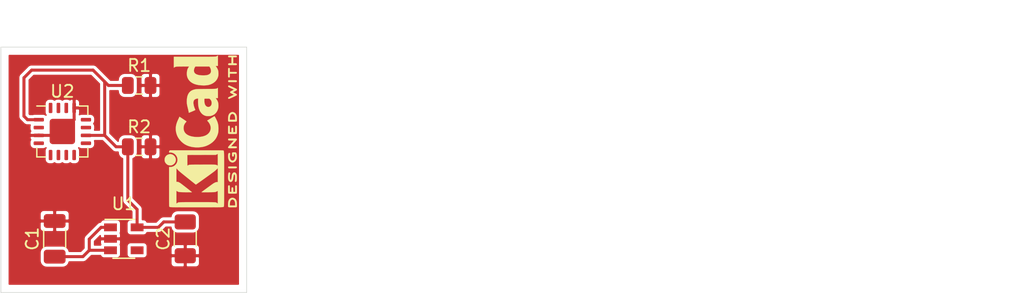
<source format=kicad_pcb>
(kicad_pcb (version 20171130) (host pcbnew 5.1.5+dfsg1-2build2)

  (general
    (thickness 1.6)
    (drawings 7)
    (tracks 28)
    (zones 0)
    (modules 7)
    (nets 4)
  )

  (page A4)
  (title_block
    (title test)
    (date 2020-10-23)
    (rev v2)
    (company nerdyscout)
  )

  (layers
    (0 F.Cu signal)
    (31 B.Cu signal)
    (32 B.Adhes user)
    (33 F.Adhes user)
    (34 B.Paste user)
    (35 F.Paste user)
    (36 B.SilkS user)
    (37 F.SilkS user)
    (38 B.Mask user)
    (39 F.Mask user)
    (40 Dwgs.User user)
    (41 Cmts.User user)
    (42 Eco1.User user)
    (43 Eco2.User user)
    (44 Edge.Cuts user)
    (45 Margin user)
    (46 B.CrtYd user)
    (47 F.CrtYd user)
    (48 B.Fab user)
    (49 F.Fab user)
  )

  (setup
    (last_trace_width 0.25)
    (trace_clearance 0.2)
    (zone_clearance 0.254)
    (zone_45_only no)
    (trace_min 0.2)
    (via_size 0.8)
    (via_drill 0.4)
    (via_min_size 0.4)
    (via_min_drill 0.3)
    (uvia_size 0.3)
    (uvia_drill 0.1)
    (uvias_allowed no)
    (uvia_min_size 0.2)
    (uvia_min_drill 0.1)
    (edge_width 0.05)
    (segment_width 0.2)
    (pcb_text_width 0.3)
    (pcb_text_size 1.5 1.5)
    (mod_edge_width 0.12)
    (mod_text_size 1 1)
    (mod_text_width 0.15)
    (pad_size 1.524 1.524)
    (pad_drill 0.762)
    (pad_to_mask_clearance 0.051)
    (solder_mask_min_width 0.25)
    (aux_axis_origin 0 0)
    (visible_elements FFFFFF7F)
    (pcbplotparams
      (layerselection 0x010fc_ffffffff)
      (usegerberextensions false)
      (usegerberattributes false)
      (usegerberadvancedattributes false)
      (creategerberjobfile false)
      (excludeedgelayer true)
      (linewidth 0.100000)
      (plotframeref false)
      (viasonmask false)
      (mode 1)
      (useauxorigin false)
      (hpglpennumber 1)
      (hpglpenspeed 20)
      (hpglpendiameter 15.000000)
      (psnegative false)
      (psa4output false)
      (plotreference true)
      (plotvalue true)
      (plotinvisibletext false)
      (padsonsilk false)
      (subtractmaskfromsilk false)
      (outputformat 1)
      (mirror false)
      (drillshape 1)
      (scaleselection 1)
      (outputdirectory ""))
  )

  (net 0 "")
  (net 1 "Net-(C1-Pad1)")
  (net 2 GND)
  (net 3 +3V3)

  (net_class Default "This is the default net class."
    (clearance 0.2)
    (trace_width 0.25)
    (via_dia 0.8)
    (via_drill 0.4)
    (uvia_dia 0.3)
    (uvia_drill 0.1)
    (add_net +3V3)
    (add_net GND)
    (add_net "Net-(C1-Pad1)")
  )

  (module Resistor_SMD:R_0805_2012Metric (layer F.Cu) (tedit 5B36C52B) (tstamp 5FFDED3A)
    (at 130.81 97.155)
    (descr "Resistor SMD 0805 (2012 Metric), square (rectangular) end terminal, IPC_7351 nominal, (Body size source: https://docs.google.com/spreadsheets/d/1BsfQQcO9C6DZCsRaXUlFlo91Tg2WpOkGARC1WS5S8t0/edit?usp=sharing), generated with kicad-footprint-generator")
    (tags resistor)
    (path /5FFDFF26)
    (attr smd)
    (fp_text reference R2 (at 0 -1.65) (layer F.SilkS)
      (effects (font (size 1 1) (thickness 0.15)))
    )
    (fp_text value R (at 0 1.65) (layer F.Fab)
      (effects (font (size 1 1) (thickness 0.15)))
    )
    (fp_text user %R (at 0 0) (layer F.Fab)
      (effects (font (size 0.5 0.5) (thickness 0.08)))
    )
    (fp_line (start 1.68 0.95) (end -1.68 0.95) (layer F.CrtYd) (width 0.05))
    (fp_line (start 1.68 -0.95) (end 1.68 0.95) (layer F.CrtYd) (width 0.05))
    (fp_line (start -1.68 -0.95) (end 1.68 -0.95) (layer F.CrtYd) (width 0.05))
    (fp_line (start -1.68 0.95) (end -1.68 -0.95) (layer F.CrtYd) (width 0.05))
    (fp_line (start -0.258578 0.71) (end 0.258578 0.71) (layer F.SilkS) (width 0.12))
    (fp_line (start -0.258578 -0.71) (end 0.258578 -0.71) (layer F.SilkS) (width 0.12))
    (fp_line (start 1 0.6) (end -1 0.6) (layer F.Fab) (width 0.1))
    (fp_line (start 1 -0.6) (end 1 0.6) (layer F.Fab) (width 0.1))
    (fp_line (start -1 -0.6) (end 1 -0.6) (layer F.Fab) (width 0.1))
    (fp_line (start -1 0.6) (end -1 -0.6) (layer F.Fab) (width 0.1))
    (pad 2 smd roundrect (at 0.9375 0) (size 0.975 1.4) (layers F.Cu F.Paste F.Mask) (roundrect_rratio 0.25)
      (net 2 GND))
    (pad 1 smd roundrect (at -0.9375 0) (size 0.975 1.4) (layers F.Cu F.Paste F.Mask) (roundrect_rratio 0.25)
      (net 3 +3V3))
    (model ${KISYS3DMOD}/Resistor_SMD.3dshapes/R_0805_2012Metric.wrl
      (at (xyz 0 0 0))
      (scale (xyz 1 1 1))
      (rotate (xyz 0 0 0))
    )
  )

  (module Resistor_SMD:R_0805_2012Metric (layer F.Cu) (tedit 5B36C52B) (tstamp 5FFDEF2F)
    (at 130.81 92.075)
    (descr "Resistor SMD 0805 (2012 Metric), square (rectangular) end terminal, IPC_7351 nominal, (Body size source: https://docs.google.com/spreadsheets/d/1BsfQQcO9C6DZCsRaXUlFlo91Tg2WpOkGARC1WS5S8t0/edit?usp=sharing), generated with kicad-footprint-generator")
    (tags resistor)
    (path /5FFDF335)
    (attr smd)
    (fp_text reference R1 (at 0 -1.65) (layer F.SilkS)
      (effects (font (size 1 1) (thickness 0.15)))
    )
    (fp_text value R (at 0 1.65) (layer F.Fab)
      (effects (font (size 1 1) (thickness 0.15)))
    )
    (fp_text user %R (at 0 0) (layer F.Fab)
      (effects (font (size 0.5 0.5) (thickness 0.08)))
    )
    (fp_line (start 1.68 0.95) (end -1.68 0.95) (layer F.CrtYd) (width 0.05))
    (fp_line (start 1.68 -0.95) (end 1.68 0.95) (layer F.CrtYd) (width 0.05))
    (fp_line (start -1.68 -0.95) (end 1.68 -0.95) (layer F.CrtYd) (width 0.05))
    (fp_line (start -1.68 0.95) (end -1.68 -0.95) (layer F.CrtYd) (width 0.05))
    (fp_line (start -0.258578 0.71) (end 0.258578 0.71) (layer F.SilkS) (width 0.12))
    (fp_line (start -0.258578 -0.71) (end 0.258578 -0.71) (layer F.SilkS) (width 0.12))
    (fp_line (start 1 0.6) (end -1 0.6) (layer F.Fab) (width 0.1))
    (fp_line (start 1 -0.6) (end 1 0.6) (layer F.Fab) (width 0.1))
    (fp_line (start -1 -0.6) (end 1 -0.6) (layer F.Fab) (width 0.1))
    (fp_line (start -1 0.6) (end -1 -0.6) (layer F.Fab) (width 0.1))
    (pad 2 smd roundrect (at 0.9375 0) (size 0.975 1.4) (layers F.Cu F.Paste F.Mask) (roundrect_rratio 0.25)
      (net 2 GND))
    (pad 1 smd roundrect (at -0.9375 0) (size 0.975 1.4) (layers F.Cu F.Paste F.Mask) (roundrect_rratio 0.25)
      (net 3 +3V3))
    (model ${KISYS3DMOD}/Resistor_SMD.3dshapes/R_0805_2012Metric.wrl
      (at (xyz 0 0 0))
      (scale (xyz 1 1 1))
      (rotate (xyz 0 0 0))
    )
  )

  (module Package_DFN_QFN:QFN-16-1EP_4x4mm_P0.65mm_EP2.1x2.1mm (layer F.Cu) (tedit 5BA3C3DC) (tstamp 5FFCD1A9)
    (at 124.46 95.885)
    (descr "QFN, 16 Pin (http://www.thatcorp.com/datashts/THAT_1580_Datasheet.pdf), generated with kicad-footprint-generator ipc_dfn_qfn_generator.py")
    (tags "QFN DFN_QFN")
    (path /5FFDA0AC)
    (attr smd)
    (fp_text reference U2 (at 0 -3.32) (layer F.SilkS)
      (effects (font (size 1 1) (thickness 0.15)))
    )
    (fp_text value FT230XQ (at 0 3.32) (layer F.Fab)
      (effects (font (size 1 1) (thickness 0.15)))
    )
    (fp_text user %R (at 0 0) (layer F.Fab)
      (effects (font (size 1 1) (thickness 0.15)))
    )
    (fp_line (start 2.62 -2.62) (end -2.62 -2.62) (layer F.CrtYd) (width 0.05))
    (fp_line (start 2.62 2.62) (end 2.62 -2.62) (layer F.CrtYd) (width 0.05))
    (fp_line (start -2.62 2.62) (end 2.62 2.62) (layer F.CrtYd) (width 0.05))
    (fp_line (start -2.62 -2.62) (end -2.62 2.62) (layer F.CrtYd) (width 0.05))
    (fp_line (start -2 -1) (end -1 -2) (layer F.Fab) (width 0.1))
    (fp_line (start -2 2) (end -2 -1) (layer F.Fab) (width 0.1))
    (fp_line (start 2 2) (end -2 2) (layer F.Fab) (width 0.1))
    (fp_line (start 2 -2) (end 2 2) (layer F.Fab) (width 0.1))
    (fp_line (start -1 -2) (end 2 -2) (layer F.Fab) (width 0.1))
    (fp_line (start -1.385 -2.11) (end -2.11 -2.11) (layer F.SilkS) (width 0.12))
    (fp_line (start 2.11 2.11) (end 2.11 1.385) (layer F.SilkS) (width 0.12))
    (fp_line (start 1.385 2.11) (end 2.11 2.11) (layer F.SilkS) (width 0.12))
    (fp_line (start -2.11 2.11) (end -2.11 1.385) (layer F.SilkS) (width 0.12))
    (fp_line (start -1.385 2.11) (end -2.11 2.11) (layer F.SilkS) (width 0.12))
    (fp_line (start 2.11 -2.11) (end 2.11 -1.385) (layer F.SilkS) (width 0.12))
    (fp_line (start 1.385 -2.11) (end 2.11 -2.11) (layer F.SilkS) (width 0.12))
    (pad 16 smd roundrect (at -0.975 -1.95) (size 0.3 0.85) (layers F.Cu F.Paste F.Mask) (roundrect_rratio 0.25))
    (pad 15 smd roundrect (at -0.325 -1.95) (size 0.3 0.85) (layers F.Cu F.Paste F.Mask) (roundrect_rratio 0.25))
    (pad 14 smd roundrect (at 0.325 -1.95) (size 0.3 0.85) (layers F.Cu F.Paste F.Mask) (roundrect_rratio 0.25))
    (pad 13 smd roundrect (at 0.975 -1.95) (size 0.3 0.85) (layers F.Cu F.Paste F.Mask) (roundrect_rratio 0.25)
      (net 2 GND))
    (pad 12 smd roundrect (at 1.95 -0.975) (size 0.85 0.3) (layers F.Cu F.Paste F.Mask) (roundrect_rratio 0.25))
    (pad 11 smd roundrect (at 1.95 -0.325) (size 0.85 0.3) (layers F.Cu F.Paste F.Mask) (roundrect_rratio 0.25))
    (pad 10 smd roundrect (at 1.95 0.325) (size 0.85 0.3) (layers F.Cu F.Paste F.Mask) (roundrect_rratio 0.25)
      (net 3 +3V3))
    (pad 9 smd roundrect (at 1.95 0.975) (size 0.85 0.3) (layers F.Cu F.Paste F.Mask) (roundrect_rratio 0.25))
    (pad 8 smd roundrect (at 0.975 1.95) (size 0.3 0.85) (layers F.Cu F.Paste F.Mask) (roundrect_rratio 0.25))
    (pad 7 smd roundrect (at 0.325 1.95) (size 0.3 0.85) (layers F.Cu F.Paste F.Mask) (roundrect_rratio 0.25))
    (pad 6 smd roundrect (at -0.325 1.95) (size 0.3 0.85) (layers F.Cu F.Paste F.Mask) (roundrect_rratio 0.25))
    (pad 5 smd roundrect (at -0.975 1.95) (size 0.3 0.85) (layers F.Cu F.Paste F.Mask) (roundrect_rratio 0.25))
    (pad 4 smd roundrect (at -1.95 0.975) (size 0.85 0.3) (layers F.Cu F.Paste F.Mask) (roundrect_rratio 0.25))
    (pad 3 smd roundrect (at -1.95 0.325) (size 0.85 0.3) (layers F.Cu F.Paste F.Mask) (roundrect_rratio 0.25)
      (net 2 GND))
    (pad 2 smd roundrect (at -1.95 -0.325) (size 0.85 0.3) (layers F.Cu F.Paste F.Mask) (roundrect_rratio 0.25))
    (pad 1 smd roundrect (at -1.95 -0.975) (size 0.85 0.3) (layers F.Cu F.Paste F.Mask) (roundrect_rratio 0.25)
      (net 3 +3V3))
    (pad "" smd roundrect (at 0.525 0.525) (size 0.85 0.85) (layers F.Paste) (roundrect_rratio 0.25))
    (pad "" smd roundrect (at 0.525 -0.525) (size 0.85 0.85) (layers F.Paste) (roundrect_rratio 0.25))
    (pad "" smd roundrect (at -0.525 0.525) (size 0.85 0.85) (layers F.Paste) (roundrect_rratio 0.25))
    (pad "" smd roundrect (at -0.525 -0.525) (size 0.85 0.85) (layers F.Paste) (roundrect_rratio 0.25))
    (pad 17 smd roundrect (at 0 0) (size 2.1 2.1) (layers F.Cu F.Mask) (roundrect_rratio 0.119048)
      (net 2 GND))
    (model ${KISYS3DMOD}/Package_DFN_QFN.3dshapes/QFN-16-1EP_4x4mm_P0.65mm_EP2.1x2.1mm.wrl
      (at (xyz 0 0 0))
      (scale (xyz 1 1 1))
      (rotate (xyz 0 0 0))
    )
  )

  (module Package_TO_SOT_SMD:SOT-23-5 (layer F.Cu) (tedit 5A02FF57) (tstamp 5FFCD17F)
    (at 129.54 104.775)
    (descr "5-pin SOT23 package")
    (tags SOT-23-5)
    (path /5FFCCB8C)
    (attr smd)
    (fp_text reference U1 (at 0 -2.9) (layer F.SilkS)
      (effects (font (size 1 1) (thickness 0.15)))
    )
    (fp_text value TLV70233_SOT23-5 (at 0 2.9) (layer F.Fab)
      (effects (font (size 1 1) (thickness 0.15)))
    )
    (fp_line (start 0.9 -1.55) (end 0.9 1.55) (layer F.Fab) (width 0.1))
    (fp_line (start 0.9 1.55) (end -0.9 1.55) (layer F.Fab) (width 0.1))
    (fp_line (start -0.9 -0.9) (end -0.9 1.55) (layer F.Fab) (width 0.1))
    (fp_line (start 0.9 -1.55) (end -0.25 -1.55) (layer F.Fab) (width 0.1))
    (fp_line (start -0.9 -0.9) (end -0.25 -1.55) (layer F.Fab) (width 0.1))
    (fp_line (start -1.9 1.8) (end -1.9 -1.8) (layer F.CrtYd) (width 0.05))
    (fp_line (start 1.9 1.8) (end -1.9 1.8) (layer F.CrtYd) (width 0.05))
    (fp_line (start 1.9 -1.8) (end 1.9 1.8) (layer F.CrtYd) (width 0.05))
    (fp_line (start -1.9 -1.8) (end 1.9 -1.8) (layer F.CrtYd) (width 0.05))
    (fp_line (start 0.9 -1.61) (end -1.55 -1.61) (layer F.SilkS) (width 0.12))
    (fp_line (start -0.9 1.61) (end 0.9 1.61) (layer F.SilkS) (width 0.12))
    (fp_text user %R (at 0 0 90) (layer F.Fab)
      (effects (font (size 0.5 0.5) (thickness 0.075)))
    )
    (pad 5 smd rect (at 1.1 -0.95) (size 1.06 0.65) (layers F.Cu F.Paste F.Mask)
      (net 3 +3V3))
    (pad 4 smd rect (at 1.1 0.95) (size 1.06 0.65) (layers F.Cu F.Paste F.Mask))
    (pad 3 smd rect (at -1.1 0.95) (size 1.06 0.65) (layers F.Cu F.Paste F.Mask)
      (net 1 "Net-(C1-Pad1)"))
    (pad 2 smd rect (at -1.1 0) (size 1.06 0.65) (layers F.Cu F.Paste F.Mask)
      (net 2 GND))
    (pad 1 smd rect (at -1.1 -0.95) (size 1.06 0.65) (layers F.Cu F.Paste F.Mask)
      (net 1 "Net-(C1-Pad1)"))
    (model ${KISYS3DMOD}/Package_TO_SOT_SMD.3dshapes/SOT-23-5.wrl
      (at (xyz 0 0 0))
      (scale (xyz 1 1 1))
      (rotate (xyz 0 0 0))
    )
  )

  (module Capacitor_SMD:C_1206_3216Metric (layer F.Cu) (tedit 5B301BBE) (tstamp 5FFCD142)
    (at 134.62 104.775 90)
    (descr "Capacitor SMD 1206 (3216 Metric), square (rectangular) end terminal, IPC_7351 nominal, (Body size source: http://www.tortai-tech.com/upload/download/2011102023233369053.pdf), generated with kicad-footprint-generator")
    (tags capacitor)
    (path /5FFD1BA2)
    (attr smd)
    (fp_text reference C2 (at 0 -1.82 90) (layer F.SilkS)
      (effects (font (size 1 1) (thickness 0.15)))
    )
    (fp_text value 100nF (at 0 1.82 90) (layer F.Fab)
      (effects (font (size 1 1) (thickness 0.15)))
    )
    (fp_text user %R (at 0 0 90) (layer F.Fab)
      (effects (font (size 0.8 0.8) (thickness 0.12)))
    )
    (fp_line (start 2.28 1.12) (end -2.28 1.12) (layer F.CrtYd) (width 0.05))
    (fp_line (start 2.28 -1.12) (end 2.28 1.12) (layer F.CrtYd) (width 0.05))
    (fp_line (start -2.28 -1.12) (end 2.28 -1.12) (layer F.CrtYd) (width 0.05))
    (fp_line (start -2.28 1.12) (end -2.28 -1.12) (layer F.CrtYd) (width 0.05))
    (fp_line (start -0.602064 0.91) (end 0.602064 0.91) (layer F.SilkS) (width 0.12))
    (fp_line (start -0.602064 -0.91) (end 0.602064 -0.91) (layer F.SilkS) (width 0.12))
    (fp_line (start 1.6 0.8) (end -1.6 0.8) (layer F.Fab) (width 0.1))
    (fp_line (start 1.6 -0.8) (end 1.6 0.8) (layer F.Fab) (width 0.1))
    (fp_line (start -1.6 -0.8) (end 1.6 -0.8) (layer F.Fab) (width 0.1))
    (fp_line (start -1.6 0.8) (end -1.6 -0.8) (layer F.Fab) (width 0.1))
    (pad 2 smd roundrect (at 1.4 0 90) (size 1.25 1.75) (layers F.Cu F.Paste F.Mask) (roundrect_rratio 0.2)
      (net 3 +3V3))
    (pad 1 smd roundrect (at -1.4 0 90) (size 1.25 1.75) (layers F.Cu F.Paste F.Mask) (roundrect_rratio 0.2)
      (net 2 GND))
    (model ${KISYS3DMOD}/Capacitor_SMD.3dshapes/C_1206_3216Metric.wrl
      (at (xyz 0 0 0))
      (scale (xyz 1 1 1))
      (rotate (xyz 0 0 0))
    )
  )

  (module Symbol:KiCad-Logo2_5mm_SilkScreen (layer F.Cu) (tedit 0) (tstamp 5FAF3F79)
    (at 135.89 95.885 90)
    (descr "KiCad Logo")
    (tags "Logo KiCad")
    (path /5FAEE719)
    (attr virtual)
    (fp_text reference LOGO1 (at 0 -5.08 90) (layer F.SilkS) hide
      (effects (font (size 1 1) (thickness 0.15)))
    )
    (fp_text value Logo_Open_Hardware_Small (at 0 5.08 90) (layer F.Fab) hide
      (effects (font (size 1 1) (thickness 0.15)))
    )
    (fp_poly (pts (xy 6.228823 2.274533) (xy 6.260202 2.296776) (xy 6.287911 2.324485) (xy 6.287911 2.63392)
      (xy 6.287838 2.725799) (xy 6.287495 2.79784) (xy 6.286692 2.85278) (xy 6.285241 2.89336)
      (xy 6.282952 2.922317) (xy 6.279636 2.942391) (xy 6.275105 2.956321) (xy 6.269169 2.966845)
      (xy 6.264514 2.9731) (xy 6.233783 2.997673) (xy 6.198496 3.000341) (xy 6.166245 2.985271)
      (xy 6.155588 2.976374) (xy 6.148464 2.964557) (xy 6.144167 2.945526) (xy 6.141991 2.914992)
      (xy 6.141228 2.868662) (xy 6.141155 2.832871) (xy 6.141155 2.698045) (xy 5.644444 2.698045)
      (xy 5.644444 2.8207) (xy 5.643931 2.876787) (xy 5.641876 2.915333) (xy 5.637508 2.941361)
      (xy 5.630056 2.959897) (xy 5.621047 2.9731) (xy 5.590144 2.997604) (xy 5.555196 3.000506)
      (xy 5.521738 2.983089) (xy 5.512604 2.973959) (xy 5.506152 2.961855) (xy 5.501897 2.943001)
      (xy 5.499352 2.91362) (xy 5.498029 2.869937) (xy 5.497443 2.808175) (xy 5.497375 2.794)
      (xy 5.496891 2.677631) (xy 5.496641 2.581727) (xy 5.496723 2.504177) (xy 5.497231 2.442869)
      (xy 5.498262 2.39569) (xy 5.499913 2.36053) (xy 5.502279 2.335276) (xy 5.505457 2.317817)
      (xy 5.509544 2.306041) (xy 5.514634 2.297835) (xy 5.520266 2.291645) (xy 5.552128 2.271844)
      (xy 5.585357 2.274533) (xy 5.616735 2.296776) (xy 5.629433 2.311126) (xy 5.637526 2.326978)
      (xy 5.642042 2.349554) (xy 5.644006 2.384078) (xy 5.644444 2.435776) (xy 5.644444 2.551289)
      (xy 6.141155 2.551289) (xy 6.141155 2.432756) (xy 6.141662 2.378148) (xy 6.143698 2.341275)
      (xy 6.148035 2.317307) (xy 6.155447 2.301415) (xy 6.163733 2.291645) (xy 6.195594 2.271844)
      (xy 6.228823 2.274533)) (layer F.SilkS) (width 0.01))
    (fp_poly (pts (xy 4.963065 2.269163) (xy 5.041772 2.269542) (xy 5.102863 2.270333) (xy 5.148817 2.27167)
      (xy 5.182114 2.273683) (xy 5.205236 2.276506) (xy 5.220662 2.280269) (xy 5.230871 2.285105)
      (xy 5.235813 2.288822) (xy 5.261457 2.321358) (xy 5.264559 2.355138) (xy 5.248711 2.385826)
      (xy 5.238348 2.398089) (xy 5.227196 2.40645) (xy 5.211035 2.411657) (xy 5.185642 2.414457)
      (xy 5.146798 2.415596) (xy 5.09028 2.415821) (xy 5.07918 2.415822) (xy 4.933244 2.415822)
      (xy 4.933244 2.686756) (xy 4.933148 2.772154) (xy 4.932711 2.837864) (xy 4.931712 2.886774)
      (xy 4.929928 2.921773) (xy 4.927137 2.945749) (xy 4.923117 2.961593) (xy 4.917645 2.972191)
      (xy 4.910666 2.980267) (xy 4.877734 3.000112) (xy 4.843354 2.998548) (xy 4.812176 2.975906)
      (xy 4.809886 2.9731) (xy 4.802429 2.962492) (xy 4.796747 2.950081) (xy 4.792601 2.93285)
      (xy 4.78975 2.907784) (xy 4.787954 2.871867) (xy 4.786972 2.822083) (xy 4.786564 2.755417)
      (xy 4.786489 2.679589) (xy 4.786489 2.415822) (xy 4.647127 2.415822) (xy 4.587322 2.415418)
      (xy 4.545918 2.41384) (xy 4.518748 2.410547) (xy 4.501646 2.404992) (xy 4.490443 2.396631)
      (xy 4.489083 2.395178) (xy 4.472725 2.361939) (xy 4.474172 2.324362) (xy 4.492978 2.291645)
      (xy 4.50025 2.285298) (xy 4.509627 2.280266) (xy 4.523609 2.276396) (xy 4.544696 2.273537)
      (xy 4.575389 2.271535) (xy 4.618189 2.270239) (xy 4.675595 2.269498) (xy 4.75011 2.269158)
      (xy 4.844233 2.269068) (xy 4.86426 2.269067) (xy 4.963065 2.269163)) (layer F.SilkS) (width 0.01))
    (fp_poly (pts (xy 4.188614 2.275877) (xy 4.212327 2.290647) (xy 4.238978 2.312227) (xy 4.238978 2.633773)
      (xy 4.238893 2.72783) (xy 4.238529 2.801932) (xy 4.237724 2.858704) (xy 4.236313 2.900768)
      (xy 4.234133 2.930748) (xy 4.231021 2.951267) (xy 4.226814 2.964949) (xy 4.221348 2.974416)
      (xy 4.217472 2.979082) (xy 4.186034 2.999575) (xy 4.150233 2.998739) (xy 4.118873 2.981264)
      (xy 4.092222 2.959684) (xy 4.092222 2.312227) (xy 4.118873 2.290647) (xy 4.144594 2.274949)
      (xy 4.1656 2.269067) (xy 4.188614 2.275877)) (layer F.SilkS) (width 0.01))
    (fp_poly (pts (xy 3.744665 2.271034) (xy 3.764255 2.278035) (xy 3.76501 2.278377) (xy 3.791613 2.298678)
      (xy 3.80627 2.319561) (xy 3.809138 2.329352) (xy 3.808996 2.342361) (xy 3.804961 2.360895)
      (xy 3.796146 2.387257) (xy 3.781669 2.423752) (xy 3.760645 2.472687) (xy 3.732188 2.536365)
      (xy 3.695415 2.617093) (xy 3.675175 2.661216) (xy 3.638625 2.739985) (xy 3.604315 2.812423)
      (xy 3.573552 2.87588) (xy 3.547648 2.927708) (xy 3.52791 2.965259) (xy 3.51565 2.985884)
      (xy 3.513224 2.988733) (xy 3.482183 3.001302) (xy 3.447121 2.999619) (xy 3.419 2.984332)
      (xy 3.417854 2.983089) (xy 3.406668 2.966154) (xy 3.387904 2.93317) (xy 3.363875 2.88838)
      (xy 3.336897 2.836032) (xy 3.327201 2.816742) (xy 3.254014 2.67015) (xy 3.17424 2.829393)
      (xy 3.145767 2.884415) (xy 3.11935 2.932132) (xy 3.097148 2.968893) (xy 3.081319 2.991044)
      (xy 3.075954 2.995741) (xy 3.034257 3.002102) (xy 2.999849 2.988733) (xy 2.989728 2.974446)
      (xy 2.972214 2.942692) (xy 2.948735 2.896597) (xy 2.92072 2.839285) (xy 2.889599 2.77388)
      (xy 2.856799 2.703507) (xy 2.82375 2.631291) (xy 2.791881 2.560355) (xy 2.762619 2.493825)
      (xy 2.737395 2.434826) (xy 2.717636 2.386481) (xy 2.704772 2.351915) (xy 2.700231 2.334253)
      (xy 2.700277 2.333613) (xy 2.711326 2.311388) (xy 2.73341 2.288753) (xy 2.73471 2.287768)
      (xy 2.761853 2.272425) (xy 2.786958 2.272574) (xy 2.796368 2.275466) (xy 2.807834 2.281718)
      (xy 2.82001 2.294014) (xy 2.834357 2.314908) (xy 2.852336 2.346949) (xy 2.875407 2.392688)
      (xy 2.90503 2.454677) (xy 2.931745 2.511898) (xy 2.96248 2.578226) (xy 2.990021 2.637874)
      (xy 3.012938 2.687725) (xy 3.029798 2.724664) (xy 3.039173 2.745573) (xy 3.04054 2.748845)
      (xy 3.046689 2.743497) (xy 3.060822 2.721109) (xy 3.081057 2.684946) (xy 3.105515 2.638277)
      (xy 3.115248 2.619022) (xy 3.148217 2.554004) (xy 3.173643 2.506654) (xy 3.193612 2.474219)
      (xy 3.21021 2.453946) (xy 3.225524 2.443082) (xy 3.24164 2.438875) (xy 3.252143 2.4384)
      (xy 3.27067 2.440042) (xy 3.286904 2.446831) (xy 3.303035 2.461566) (xy 3.321251 2.487044)
      (xy 3.343739 2.526061) (xy 3.372689 2.581414) (xy 3.388662 2.612903) (xy 3.41457 2.663087)
      (xy 3.437167 2.704704) (xy 3.454458 2.734242) (xy 3.46445 2.748189) (xy 3.465809 2.74877)
      (xy 3.472261 2.737793) (xy 3.486708 2.70929) (xy 3.507703 2.666244) (xy 3.533797 2.611638)
      (xy 3.563546 2.548454) (xy 3.57818 2.517071) (xy 3.61625 2.436078) (xy 3.646905 2.373756)
      (xy 3.671737 2.328071) (xy 3.692337 2.296989) (xy 3.710298 2.278478) (xy 3.72721 2.270504)
      (xy 3.744665 2.271034)) (layer F.SilkS) (width 0.01))
    (fp_poly (pts (xy 1.018309 2.269275) (xy 1.147288 2.273636) (xy 1.256991 2.286861) (xy 1.349226 2.309741)
      (xy 1.425802 2.34307) (xy 1.488527 2.387638) (xy 1.539212 2.444236) (xy 1.579663 2.513658)
      (xy 1.580459 2.515351) (xy 1.604601 2.577483) (xy 1.613203 2.632509) (xy 1.606231 2.687887)
      (xy 1.583654 2.751073) (xy 1.579372 2.760689) (xy 1.550172 2.816966) (xy 1.517356 2.860451)
      (xy 1.475002 2.897417) (xy 1.41719 2.934135) (xy 1.413831 2.936052) (xy 1.363504 2.960227)
      (xy 1.306621 2.978282) (xy 1.239527 2.990839) (xy 1.158565 2.998522) (xy 1.060082 3.001953)
      (xy 1.025286 3.002251) (xy 0.859594 3.002845) (xy 0.836197 2.9731) (xy 0.829257 2.963319)
      (xy 0.823842 2.951897) (xy 0.819765 2.936095) (xy 0.816837 2.913175) (xy 0.814867 2.880396)
      (xy 0.814225 2.856089) (xy 0.970844 2.856089) (xy 1.064726 2.856089) (xy 1.119664 2.854483)
      (xy 1.17606 2.850255) (xy 1.222345 2.844292) (xy 1.225139 2.84379) (xy 1.307348 2.821736)
      (xy 1.371114 2.7886) (xy 1.418452 2.742847) (xy 1.451382 2.682939) (xy 1.457108 2.667061)
      (xy 1.462721 2.642333) (xy 1.460291 2.617902) (xy 1.448467 2.5854) (xy 1.44134 2.569434)
      (xy 1.418 2.527006) (xy 1.38988 2.49724) (xy 1.35894 2.476511) (xy 1.296966 2.449537)
      (xy 1.217651 2.429998) (xy 1.125253 2.418746) (xy 1.058333 2.41627) (xy 0.970844 2.415822)
      (xy 0.970844 2.856089) (xy 0.814225 2.856089) (xy 0.813668 2.835021) (xy 0.81305 2.774311)
      (xy 0.812825 2.695526) (xy 0.8128 2.63392) (xy 0.8128 2.324485) (xy 0.840509 2.296776)
      (xy 0.852806 2.285544) (xy 0.866103 2.277853) (xy 0.884672 2.27304) (xy 0.912786 2.270446)
      (xy 0.954717 2.26941) (xy 1.014737 2.26927) (xy 1.018309 2.269275)) (layer F.SilkS) (width 0.01))
    (fp_poly (pts (xy 0.230343 2.26926) (xy 0.306701 2.270174) (xy 0.365217 2.272311) (xy 0.408255 2.276175)
      (xy 0.438183 2.282267) (xy 0.457368 2.29109) (xy 0.468176 2.303146) (xy 0.472973 2.318939)
      (xy 0.474127 2.33897) (xy 0.474133 2.341335) (xy 0.473131 2.363992) (xy 0.468396 2.381503)
      (xy 0.457333 2.394574) (xy 0.437348 2.403913) (xy 0.405846 2.410227) (xy 0.360232 2.414222)
      (xy 0.297913 2.416606) (xy 0.216293 2.418086) (xy 0.191277 2.418414) (xy -0.0508 2.421467)
      (xy -0.054186 2.486378) (xy -0.057571 2.551289) (xy 0.110576 2.551289) (xy 0.176266 2.551531)
      (xy 0.223172 2.552556) (xy 0.255083 2.554811) (xy 0.275791 2.558742) (xy 0.289084 2.564798)
      (xy 0.298755 2.573424) (xy 0.298817 2.573493) (xy 0.316356 2.607112) (xy 0.315722 2.643448)
      (xy 0.297314 2.674423) (xy 0.293671 2.677607) (xy 0.280741 2.685812) (xy 0.263024 2.691521)
      (xy 0.23657 2.695162) (xy 0.197432 2.697167) (xy 0.141662 2.697964) (xy 0.105994 2.698045)
      (xy -0.056445 2.698045) (xy -0.056445 2.856089) (xy 0.190161 2.856089) (xy 0.27158 2.856231)
      (xy 0.33341 2.856814) (xy 0.378637 2.858068) (xy 0.410248 2.860227) (xy 0.431231 2.863523)
      (xy 0.444573 2.868189) (xy 0.453261 2.874457) (xy 0.45545 2.876733) (xy 0.471614 2.90828)
      (xy 0.472797 2.944168) (xy 0.459536 2.975285) (xy 0.449043 2.985271) (xy 0.438129 2.990769)
      (xy 0.421217 2.995022) (xy 0.395633 2.99818) (xy 0.358701 3.000392) (xy 0.307746 3.001806)
      (xy 0.240094 3.002572) (xy 0.153069 3.002838) (xy 0.133394 3.002845) (xy 0.044911 3.002787)
      (xy -0.023773 3.002467) (xy -0.075436 3.001667) (xy -0.112855 3.000167) (xy -0.13881 2.997749)
      (xy -0.156078 2.994194) (xy -0.167438 2.989282) (xy -0.175668 2.982795) (xy -0.180183 2.978138)
      (xy -0.186979 2.969889) (xy -0.192288 2.959669) (xy -0.196294 2.9448) (xy -0.199179 2.922602)
      (xy -0.201126 2.890393) (xy -0.202319 2.845496) (xy -0.202939 2.785228) (xy -0.203171 2.706911)
      (xy -0.2032 2.640994) (xy -0.203129 2.548628) (xy -0.202792 2.476117) (xy -0.202002 2.420737)
      (xy -0.200574 2.379765) (xy -0.198321 2.350478) (xy -0.195057 2.330153) (xy -0.190596 2.316066)
      (xy -0.184752 2.305495) (xy -0.179803 2.298811) (xy -0.156406 2.269067) (xy 0.133774 2.269067)
      (xy 0.230343 2.26926)) (layer F.SilkS) (width 0.01))
    (fp_poly (pts (xy -1.300114 2.273448) (xy -1.276548 2.287273) (xy -1.245735 2.309881) (xy -1.206078 2.342338)
      (xy -1.15598 2.385708) (xy -1.093843 2.441058) (xy -1.018072 2.509451) (xy -0.931334 2.588084)
      (xy -0.750711 2.751878) (xy -0.745067 2.532029) (xy -0.743029 2.456351) (xy -0.741063 2.399994)
      (xy -0.738734 2.359706) (xy -0.735606 2.332235) (xy -0.731245 2.314329) (xy -0.725216 2.302737)
      (xy -0.717084 2.294208) (xy -0.712772 2.290623) (xy -0.678241 2.27167) (xy -0.645383 2.274441)
      (xy -0.619318 2.290633) (xy -0.592667 2.312199) (xy -0.589352 2.627151) (xy -0.588435 2.719779)
      (xy -0.587968 2.792544) (xy -0.588113 2.848161) (xy -0.589032 2.889342) (xy -0.590887 2.918803)
      (xy -0.593839 2.939255) (xy -0.59805 2.953413) (xy -0.603682 2.963991) (xy -0.609927 2.972474)
      (xy -0.623439 2.988207) (xy -0.636883 2.998636) (xy -0.652124 3.002639) (xy -0.671026 2.999094)
      (xy -0.695455 2.986879) (xy -0.727273 2.964871) (xy -0.768348 2.931949) (xy -0.820542 2.886991)
      (xy -0.885722 2.828875) (xy -0.959556 2.762099) (xy -1.224845 2.521458) (xy -1.230489 2.740589)
      (xy -1.232531 2.816128) (xy -1.234502 2.872354) (xy -1.236839 2.912524) (xy -1.239981 2.939896)
      (xy -1.244364 2.957728) (xy -1.250424 2.969279) (xy -1.2586 2.977807) (xy -1.262784 2.981282)
      (xy -1.299765 3.000372) (xy -1.334708 2.997493) (xy -1.365136 2.9731) (xy -1.372097 2.963286)
      (xy -1.377523 2.951826) (xy -1.381603 2.935968) (xy -1.384529 2.912963) (xy -1.386492 2.880062)
      (xy -1.387683 2.834516) (xy -1.388292 2.773573) (xy -1.388511 2.694486) (xy -1.388534 2.635956)
      (xy -1.38846 2.544407) (xy -1.388113 2.472687) (xy -1.387301 2.418045) (xy -1.385833 2.377732)
      (xy -1.383519 2.348998) (xy -1.380167 2.329093) (xy -1.375588 2.315268) (xy -1.369589 2.304772)
      (xy -1.365136 2.298811) (xy -1.35385 2.284691) (xy -1.343301 2.274029) (xy -1.331893 2.267892)
      (xy -1.31803 2.267343) (xy -1.300114 2.273448)) (layer F.SilkS) (width 0.01))
    (fp_poly (pts (xy -1.950081 2.274599) (xy -1.881565 2.286095) (xy -1.828943 2.303967) (xy -1.794708 2.327499)
      (xy -1.785379 2.340924) (xy -1.775893 2.372148) (xy -1.782277 2.400395) (xy -1.80243 2.427182)
      (xy -1.833745 2.439713) (xy -1.879183 2.438696) (xy -1.914326 2.431906) (xy -1.992419 2.418971)
      (xy -2.072226 2.417742) (xy -2.161555 2.428241) (xy -2.186229 2.43269) (xy -2.269291 2.456108)
      (xy -2.334273 2.490945) (xy -2.380461 2.536604) (xy -2.407145 2.592494) (xy -2.412663 2.621388)
      (xy -2.409051 2.680012) (xy -2.385729 2.731879) (xy -2.344824 2.775978) (xy -2.288459 2.811299)
      (xy -2.21876 2.836829) (xy -2.137852 2.851559) (xy -2.04786 2.854478) (xy -1.95091 2.844575)
      (xy -1.945436 2.843641) (xy -1.906875 2.836459) (xy -1.885494 2.829521) (xy -1.876227 2.819227)
      (xy -1.874006 2.801976) (xy -1.873956 2.792841) (xy -1.873956 2.754489) (xy -1.942431 2.754489)
      (xy -2.0029 2.750347) (xy -2.044165 2.737147) (xy -2.068175 2.71373) (xy -2.076877 2.678936)
      (xy -2.076983 2.674394) (xy -2.071892 2.644654) (xy -2.054433 2.623419) (xy -2.021939 2.609366)
      (xy -1.971743 2.601173) (xy -1.923123 2.598161) (xy -1.852456 2.596433) (xy -1.801198 2.59907)
      (xy -1.766239 2.6088) (xy -1.74447 2.628353) (xy -1.73278 2.660456) (xy -1.72806 2.707838)
      (xy -1.7272 2.770071) (xy -1.728609 2.839535) (xy -1.732848 2.886786) (xy -1.739936 2.912012)
      (xy -1.741311 2.913988) (xy -1.780228 2.945508) (xy -1.837286 2.97047) (xy -1.908869 2.98834)
      (xy -1.991358 2.998586) (xy -2.081139 3.000673) (xy -2.174592 2.994068) (xy -2.229556 2.985956)
      (xy -2.315766 2.961554) (xy -2.395892 2.921662) (xy -2.462977 2.869887) (xy -2.473173 2.859539)
      (xy -2.506302 2.816035) (xy -2.536194 2.762118) (xy -2.559357 2.705592) (xy -2.572298 2.654259)
      (xy -2.573858 2.634544) (xy -2.567218 2.593419) (xy -2.549568 2.542252) (xy -2.524297 2.488394)
      (xy -2.494789 2.439195) (xy -2.468719 2.406334) (xy -2.407765 2.357452) (xy -2.328969 2.318545)
      (xy -2.235157 2.290494) (xy -2.12915 2.274179) (xy -2.032 2.270192) (xy -1.950081 2.274599)) (layer F.SilkS) (width 0.01))
    (fp_poly (pts (xy -2.923822 2.291645) (xy -2.917242 2.299218) (xy -2.912079 2.308987) (xy -2.908164 2.323571)
      (xy -2.905324 2.345585) (xy -2.903387 2.377648) (xy -2.902183 2.422375) (xy -2.901539 2.482385)
      (xy -2.901284 2.560294) (xy -2.901245 2.635956) (xy -2.901314 2.729802) (xy -2.901638 2.803689)
      (xy -2.902386 2.860232) (xy -2.903732 2.902049) (xy -2.905846 2.931757) (xy -2.9089 2.951973)
      (xy -2.913066 2.965314) (xy -2.918516 2.974398) (xy -2.923822 2.980267) (xy -2.956826 2.999947)
      (xy -2.991991 2.998181) (xy -3.023455 2.976717) (xy -3.030684 2.968337) (xy -3.036334 2.958614)
      (xy -3.040599 2.944861) (xy -3.043673 2.924389) (xy -3.045752 2.894512) (xy -3.04703 2.852541)
      (xy -3.047701 2.795789) (xy -3.047959 2.721567) (xy -3.048 2.637537) (xy -3.048 2.324485)
      (xy -3.020291 2.296776) (xy -2.986137 2.273463) (xy -2.953006 2.272623) (xy -2.923822 2.291645)) (layer F.SilkS) (width 0.01))
    (fp_poly (pts (xy -3.691703 2.270351) (xy -3.616888 2.275581) (xy -3.547306 2.28375) (xy -3.487002 2.29455)
      (xy -3.44002 2.307673) (xy -3.410406 2.322813) (xy -3.40586 2.327269) (xy -3.390054 2.36185)
      (xy -3.394847 2.397351) (xy -3.419364 2.427725) (xy -3.420534 2.428596) (xy -3.434954 2.437954)
      (xy -3.450008 2.442876) (xy -3.471005 2.443473) (xy -3.503257 2.439861) (xy -3.552073 2.432154)
      (xy -3.556 2.431505) (xy -3.628739 2.422569) (xy -3.707217 2.418161) (xy -3.785927 2.418119)
      (xy -3.859361 2.422279) (xy -3.922011 2.430479) (xy -3.96837 2.442557) (xy -3.971416 2.443771)
      (xy -4.005048 2.462615) (xy -4.016864 2.481685) (xy -4.007614 2.500439) (xy -3.978047 2.518337)
      (xy -3.928911 2.534837) (xy -3.860957 2.549396) (xy -3.815645 2.556406) (xy -3.721456 2.569889)
      (xy -3.646544 2.582214) (xy -3.587717 2.594449) (xy -3.541785 2.607661) (xy -3.505555 2.622917)
      (xy -3.475838 2.641285) (xy -3.449442 2.663831) (xy -3.42823 2.685971) (xy -3.403065 2.716819)
      (xy -3.390681 2.743345) (xy -3.386808 2.776026) (xy -3.386667 2.787995) (xy -3.389576 2.827712)
      (xy -3.401202 2.857259) (xy -3.421323 2.883486) (xy -3.462216 2.923576) (xy -3.507817 2.954149)
      (xy -3.561513 2.976203) (xy -3.626692 2.990735) (xy -3.706744 2.998741) (xy -3.805057 3.001218)
      (xy -3.821289 3.001177) (xy -3.886849 2.999818) (xy -3.951866 2.99673) (xy -4.009252 2.992356)
      (xy -4.051922 2.98714) (xy -4.055372 2.986541) (xy -4.097796 2.976491) (xy -4.13378 2.963796)
      (xy -4.15415 2.95219) (xy -4.173107 2.921572) (xy -4.174427 2.885918) (xy -4.158085 2.854144)
      (xy -4.154429 2.850551) (xy -4.139315 2.839876) (xy -4.120415 2.835276) (xy -4.091162 2.836059)
      (xy -4.055651 2.840127) (xy -4.01597 2.843762) (xy -3.960345 2.846828) (xy -3.895406 2.849053)
      (xy -3.827785 2.850164) (xy -3.81 2.850237) (xy -3.742128 2.849964) (xy -3.692454 2.848646)
      (xy -3.65661 2.845827) (xy -3.630224 2.84105) (xy -3.608926 2.833857) (xy -3.596126 2.827867)
      (xy -3.568 2.811233) (xy -3.550068 2.796168) (xy -3.547447 2.791897) (xy -3.552976 2.774263)
      (xy -3.57926 2.757192) (xy -3.624478 2.741458) (xy -3.686808 2.727838) (xy -3.705171 2.724804)
      (xy -3.80109 2.709738) (xy -3.877641 2.697146) (xy -3.93778 2.686111) (xy -3.98446 2.67572)
      (xy -4.020637 2.665056) (xy -4.049265 2.653205) (xy -4.073298 2.639251) (xy -4.095692 2.622281)
      (xy -4.119402 2.601378) (xy -4.12738 2.594049) (xy -4.155353 2.566699) (xy -4.17016 2.545029)
      (xy -4.175952 2.520232) (xy -4.176889 2.488983) (xy -4.166575 2.427705) (xy -4.135752 2.37564)
      (xy -4.084595 2.332958) (xy -4.013283 2.299825) (xy -3.9624 2.284964) (xy -3.9071 2.275366)
      (xy -3.840853 2.269936) (xy -3.767706 2.268367) (xy -3.691703 2.270351)) (layer F.SilkS) (width 0.01))
    (fp_poly (pts (xy -4.712794 2.269146) (xy -4.643386 2.269518) (xy -4.590997 2.270385) (xy -4.552847 2.271946)
      (xy -4.526159 2.274403) (xy -4.508153 2.277957) (xy -4.496049 2.28281) (xy -4.487069 2.289161)
      (xy -4.483818 2.292084) (xy -4.464043 2.323142) (xy -4.460482 2.358828) (xy -4.473491 2.39051)
      (xy -4.479506 2.396913) (xy -4.489235 2.403121) (xy -4.504901 2.40791) (xy -4.529408 2.411514)
      (xy -4.565661 2.414164) (xy -4.616565 2.416095) (xy -4.685026 2.417539) (xy -4.747617 2.418418)
      (xy -4.995334 2.421467) (xy -4.998719 2.486378) (xy -5.002105 2.551289) (xy -4.833958 2.551289)
      (xy -4.760959 2.551919) (xy -4.707517 2.554553) (xy -4.670628 2.560309) (xy -4.647288 2.570304)
      (xy -4.634494 2.585656) (xy -4.629242 2.607482) (xy -4.628445 2.627738) (xy -4.630923 2.652592)
      (xy -4.640277 2.670906) (xy -4.659383 2.683637) (xy -4.691118 2.691741) (xy -4.738359 2.696176)
      (xy -4.803983 2.697899) (xy -4.839801 2.698045) (xy -5.000978 2.698045) (xy -5.000978 2.856089)
      (xy -4.752622 2.856089) (xy -4.671213 2.856202) (xy -4.609342 2.856712) (xy -4.563968 2.85787)
      (xy -4.532054 2.85993) (xy -4.510559 2.863146) (xy -4.496443 2.867772) (xy -4.486668 2.874059)
      (xy -4.481689 2.878667) (xy -4.46461 2.90556) (xy -4.459111 2.929467) (xy -4.466963 2.958667)
      (xy -4.481689 2.980267) (xy -4.489546 2.987066) (xy -4.499688 2.992346) (xy -4.514844 2.996298)
      (xy -4.537741 2.999113) (xy -4.571109 3.000982) (xy -4.617675 3.002098) (xy -4.680167 3.002651)
      (xy -4.761314 3.002833) (xy -4.803422 3.002845) (xy -4.893598 3.002765) (xy -4.963924 3.002398)
      (xy -5.017129 3.001552) (xy -5.05594 3.000036) (xy -5.083087 2.997659) (xy -5.101298 2.994229)
      (xy -5.1133 2.989554) (xy -5.121822 2.983444) (xy -5.125156 2.980267) (xy -5.131755 2.97267)
      (xy -5.136927 2.96287) (xy -5.140846 2.948239) (xy -5.143684 2.926152) (xy -5.145615 2.893982)
      (xy -5.146812 2.849103) (xy -5.147448 2.788889) (xy -5.147697 2.710713) (xy -5.147734 2.637923)
      (xy -5.1477 2.544707) (xy -5.147465 2.471431) (xy -5.14683 2.415458) (xy -5.145594 2.374151)
      (xy -5.143556 2.344872) (xy -5.140517 2.324984) (xy -5.136277 2.31185) (xy -5.130635 2.302832)
      (xy -5.123391 2.295293) (xy -5.121606 2.293612) (xy -5.112945 2.286172) (xy -5.102882 2.280409)
      (xy -5.088625 2.276112) (xy -5.067383 2.273064) (xy -5.036364 2.271051) (xy -4.992777 2.26986)
      (xy -4.933831 2.269275) (xy -4.856734 2.269083) (xy -4.802001 2.269067) (xy -4.712794 2.269146)) (layer F.SilkS) (width 0.01))
    (fp_poly (pts (xy -6.121371 2.269066) (xy -6.081889 2.269467) (xy -5.9662 2.272259) (xy -5.869311 2.28055)
      (xy -5.787919 2.295232) (xy -5.718723 2.317193) (xy -5.65842 2.347322) (xy -5.603708 2.38651)
      (xy -5.584167 2.403532) (xy -5.55175 2.443363) (xy -5.52252 2.497413) (xy -5.499991 2.557323)
      (xy -5.487679 2.614739) (xy -5.4864 2.635956) (xy -5.494417 2.694769) (xy -5.515899 2.759013)
      (xy -5.546999 2.819821) (xy -5.583866 2.86833) (xy -5.589854 2.874182) (xy -5.640579 2.915321)
      (xy -5.696125 2.947435) (xy -5.759696 2.971365) (xy -5.834494 2.987953) (xy -5.923722 2.998041)
      (xy -6.030582 3.002469) (xy -6.079528 3.002845) (xy -6.141762 3.002545) (xy -6.185528 3.001292)
      (xy -6.214931 2.998554) (xy -6.234079 2.993801) (xy -6.247077 2.986501) (xy -6.254045 2.980267)
      (xy -6.260626 2.972694) (xy -6.265788 2.962924) (xy -6.269703 2.94834) (xy -6.272543 2.926326)
      (xy -6.27448 2.894264) (xy -6.275684 2.849536) (xy -6.276328 2.789526) (xy -6.276583 2.711617)
      (xy -6.276622 2.635956) (xy -6.27687 2.535041) (xy -6.276817 2.454427) (xy -6.275857 2.415822)
      (xy -6.129867 2.415822) (xy -6.129867 2.856089) (xy -6.036734 2.856004) (xy -5.980693 2.854396)
      (xy -5.921999 2.850256) (xy -5.873028 2.844464) (xy -5.871538 2.844226) (xy -5.792392 2.82509)
      (xy -5.731002 2.795287) (xy -5.684305 2.752878) (xy -5.654635 2.706961) (xy -5.636353 2.656026)
      (xy -5.637771 2.6082) (xy -5.658988 2.556933) (xy -5.700489 2.503899) (xy -5.757998 2.4646)
      (xy -5.83275 2.438331) (xy -5.882708 2.429035) (xy -5.939416 2.422507) (xy -5.999519 2.417782)
      (xy -6.050639 2.415817) (xy -6.053667 2.415808) (xy -6.129867 2.415822) (xy -6.275857 2.415822)
      (xy -6.27526 2.391851) (xy -6.270998 2.345055) (xy -6.26283 2.311778) (xy -6.249556 2.289759)
      (xy -6.229974 2.276739) (xy -6.202883 2.270457) (xy -6.167082 2.268653) (xy -6.121371 2.269066)) (layer F.SilkS) (width 0.01))
    (fp_poly (pts (xy -2.273043 -2.973429) (xy -2.176768 -2.949191) (xy -2.090184 -2.906359) (xy -2.015373 -2.846581)
      (xy -1.954418 -2.771506) (xy -1.909399 -2.68278) (xy -1.883136 -2.58647) (xy -1.877286 -2.489205)
      (xy -1.89214 -2.395346) (xy -1.92584 -2.307489) (xy -1.976528 -2.22823) (xy -2.042345 -2.160164)
      (xy -2.121434 -2.105888) (xy -2.211934 -2.067998) (xy -2.2632 -2.055574) (xy -2.307698 -2.048053)
      (xy -2.341999 -2.045081) (xy -2.37496 -2.046906) (xy -2.415434 -2.053775) (xy -2.448531 -2.06075)
      (xy -2.541947 -2.092259) (xy -2.625619 -2.143383) (xy -2.697665 -2.212571) (xy -2.7562 -2.298272)
      (xy -2.770148 -2.325511) (xy -2.786586 -2.361878) (xy -2.796894 -2.392418) (xy -2.80246 -2.42455)
      (xy -2.804669 -2.465693) (xy -2.804948 -2.511778) (xy -2.800861 -2.596135) (xy -2.787446 -2.665414)
      (xy -2.762256 -2.726039) (xy -2.722846 -2.784433) (xy -2.684298 -2.828698) (xy -2.612406 -2.894516)
      (xy -2.537313 -2.939947) (xy -2.454562 -2.96715) (xy -2.376928 -2.977424) (xy -2.273043 -2.973429)) (layer F.SilkS) (width 0.01))
    (fp_poly (pts (xy 6.186507 -0.527755) (xy 6.186526 -0.293338) (xy 6.186552 -0.080397) (xy 6.186625 0.112168)
      (xy 6.186782 0.285459) (xy 6.187064 0.440576) (xy 6.187509 0.57862) (xy 6.188156 0.700692)
      (xy 6.189045 0.807894) (xy 6.190213 0.901326) (xy 6.191701 0.98209) (xy 6.193546 1.051286)
      (xy 6.195789 1.110015) (xy 6.198469 1.159379) (xy 6.201623 1.200478) (xy 6.205292 1.234413)
      (xy 6.209513 1.262286) (xy 6.214327 1.285198) (xy 6.219773 1.304249) (xy 6.225888 1.32054)
      (xy 6.232712 1.335173) (xy 6.240285 1.349249) (xy 6.248645 1.363868) (xy 6.253839 1.372974)
      (xy 6.288104 1.433689) (xy 5.429955 1.433689) (xy 5.429955 1.337733) (xy 5.429224 1.29437)
      (xy 5.427272 1.261205) (xy 5.424463 1.243424) (xy 5.423221 1.241778) (xy 5.411799 1.248662)
      (xy 5.389084 1.266505) (xy 5.366385 1.285879) (xy 5.3118 1.326614) (xy 5.242321 1.367617)
      (xy 5.16527 1.405123) (xy 5.087965 1.435364) (xy 5.057113 1.445012) (xy 4.988616 1.459578)
      (xy 4.905764 1.469539) (xy 4.816371 1.474583) (xy 4.728248 1.474396) (xy 4.649207 1.468666)
      (xy 4.611511 1.462858) (xy 4.473414 1.424797) (xy 4.346113 1.367073) (xy 4.230292 1.290211)
      (xy 4.126637 1.194739) (xy 4.035833 1.081179) (xy 3.969031 0.970381) (xy 3.914164 0.853625)
      (xy 3.872163 0.734276) (xy 3.842167 0.608283) (xy 3.823311 0.471594) (xy 3.814732 0.320158)
      (xy 3.814006 0.242711) (xy 3.8161 0.185934) (xy 4.645217 0.185934) (xy 4.645424 0.279002)
      (xy 4.648337 0.366692) (xy 4.654 0.443772) (xy 4.662455 0.505009) (xy 4.665038 0.51735)
      (xy 4.69684 0.624633) (xy 4.738498 0.711658) (xy 4.790363 0.778642) (xy 4.852781 0.825805)
      (xy 4.9261 0.853365) (xy 5.010669 0.861541) (xy 5.106835 0.850551) (xy 5.170311 0.834829)
      (xy 5.219454 0.816639) (xy 5.273583 0.790791) (xy 5.314244 0.767089) (xy 5.3848 0.720721)
      (xy 5.3848 -0.42947) (xy 5.317392 -0.473038) (xy 5.238867 -0.51396) (xy 5.154681 -0.540611)
      (xy 5.069557 -0.552535) (xy 4.988216 -0.549278) (xy 4.91538 -0.530385) (xy 4.883426 -0.514816)
      (xy 4.825501 -0.471819) (xy 4.776544 -0.415047) (xy 4.73539 -0.342425) (xy 4.700874 -0.251879)
      (xy 4.671833 -0.141334) (xy 4.670552 -0.135467) (xy 4.660381 -0.073212) (xy 4.652739 0.004594)
      (xy 4.64767 0.09272) (xy 4.645217 0.185934) (xy 3.8161 0.185934) (xy 3.821857 0.029895)
      (xy 3.843802 -0.165941) (xy 3.879786 -0.344668) (xy 3.929759 -0.506155) (xy 3.993668 -0.650274)
      (xy 4.071462 -0.776894) (xy 4.163089 -0.885885) (xy 4.268497 -0.977117) (xy 4.313662 -1.008068)
      (xy 4.414611 -1.064215) (xy 4.517901 -1.103826) (xy 4.627989 -1.127986) (xy 4.74933 -1.137781)
      (xy 4.841836 -1.136735) (xy 4.97149 -1.125769) (xy 5.084084 -1.103954) (xy 5.182875 -1.070286)
      (xy 5.271121 -1.023764) (xy 5.319986 -0.989552) (xy 5.349353 -0.967638) (xy 5.371043 -0.952667)
      (xy 5.379253 -0.948267) (xy 5.380868 -0.959096) (xy 5.382159 -0.989749) (xy 5.383138 -1.037474)
      (xy 5.383817 -1.099521) (xy 5.38421 -1.173138) (xy 5.38433 -1.255573) (xy 5.384188 -1.344075)
      (xy 5.383797 -1.435893) (xy 5.383171 -1.528276) (xy 5.38232 -1.618472) (xy 5.38126 -1.703729)
      (xy 5.380001 -1.781297) (xy 5.378556 -1.848424) (xy 5.376938 -1.902359) (xy 5.375161 -1.94035)
      (xy 5.374669 -1.947333) (xy 5.367092 -2.017749) (xy 5.355531 -2.072898) (xy 5.337792 -2.120019)
      (xy 5.311682 -2.166353) (xy 5.305415 -2.175933) (xy 5.280983 -2.212622) (xy 6.186311 -2.212622)
      (xy 6.186507 -0.527755)) (layer F.SilkS) (width 0.01))
    (fp_poly (pts (xy 2.673574 -1.133448) (xy 2.825492 -1.113433) (xy 2.960756 -1.079798) (xy 3.080239 -1.032275)
      (xy 3.184815 -0.970595) (xy 3.262424 -0.907035) (xy 3.331265 -0.832901) (xy 3.385006 -0.753129)
      (xy 3.42791 -0.660909) (xy 3.443384 -0.617839) (xy 3.456244 -0.578858) (xy 3.467446 -0.542711)
      (xy 3.47712 -0.507566) (xy 3.485396 -0.47159) (xy 3.492403 -0.43295) (xy 3.498272 -0.389815)
      (xy 3.503131 -0.340351) (xy 3.50711 -0.282727) (xy 3.51034 -0.215109) (xy 3.512949 -0.135666)
      (xy 3.515067 -0.042564) (xy 3.516824 0.066027) (xy 3.518349 0.191942) (xy 3.519772 0.337012)
      (xy 3.521025 0.479778) (xy 3.522351 0.635968) (xy 3.523556 0.771239) (xy 3.524766 0.887246)
      (xy 3.526106 0.985645) (xy 3.5277 1.068093) (xy 3.529675 1.136246) (xy 3.532156 1.19176)
      (xy 3.535269 1.236292) (xy 3.539138 1.271498) (xy 3.543889 1.299034) (xy 3.549648 1.320556)
      (xy 3.556539 1.337722) (xy 3.564689 1.352186) (xy 3.574223 1.365606) (xy 3.585266 1.379638)
      (xy 3.589566 1.385071) (xy 3.605386 1.40791) (xy 3.612422 1.423463) (xy 3.612444 1.423922)
      (xy 3.601567 1.426121) (xy 3.570582 1.428147) (xy 3.521957 1.429942) (xy 3.458163 1.431451)
      (xy 3.381669 1.432616) (xy 3.294944 1.43338) (xy 3.200457 1.433686) (xy 3.18955 1.433689)
      (xy 2.766657 1.433689) (xy 2.763395 1.337622) (xy 2.760133 1.241556) (xy 2.698044 1.292543)
      (xy 2.600714 1.360057) (xy 2.490813 1.414749) (xy 2.404349 1.444978) (xy 2.335278 1.459666)
      (xy 2.251925 1.469659) (xy 2.162159 1.474646) (xy 2.073845 1.474313) (xy 1.994851 1.468351)
      (xy 1.958622 1.462638) (xy 1.818603 1.424776) (xy 1.692178 1.369932) (xy 1.58026 1.298924)
      (xy 1.483762 1.212568) (xy 1.4036 1.111679) (xy 1.340687 0.997076) (xy 1.296312 0.870984)
      (xy 1.283978 0.814401) (xy 1.276368 0.752202) (xy 1.272739 0.677363) (xy 1.272245 0.643467)
      (xy 1.27231 0.640282) (xy 2.032248 0.640282) (xy 2.041541 0.715333) (xy 2.069728 0.77916)
      (xy 2.118197 0.834798) (xy 2.123254 0.839211) (xy 2.171548 0.874037) (xy 2.223257 0.89662)
      (xy 2.283989 0.90854) (xy 2.359352 0.911383) (xy 2.377459 0.910978) (xy 2.431278 0.908325)
      (xy 2.471308 0.902909) (xy 2.506324 0.892745) (xy 2.545103 0.87585) (xy 2.555745 0.870672)
      (xy 2.616396 0.834844) (xy 2.663215 0.792212) (xy 2.675952 0.776973) (xy 2.720622 0.720462)
      (xy 2.720622 0.524586) (xy 2.720086 0.445939) (xy 2.718396 0.387988) (xy 2.715428 0.348875)
      (xy 2.711057 0.326741) (xy 2.706972 0.320274) (xy 2.691047 0.317111) (xy 2.657264 0.314488)
      (xy 2.61034 0.312655) (xy 2.554993 0.311857) (xy 2.546106 0.311842) (xy 2.42533 0.317096)
      (xy 2.32266 0.333263) (xy 2.236106 0.360961) (xy 2.163681 0.400808) (xy 2.108751 0.447758)
      (xy 2.064204 0.505645) (xy 2.03948 0.568693) (xy 2.032248 0.640282) (xy 1.27231 0.640282)
      (xy 1.274178 0.549712) (xy 1.282522 0.470812) (xy 1.298768 0.39959) (xy 1.324405 0.328864)
      (xy 1.348401 0.276493) (xy 1.40702 0.181196) (xy 1.485117 0.09317) (xy 1.580315 0.014017)
      (xy 1.690238 -0.05466) (xy 1.81251 -0.111259) (xy 1.944755 -0.154179) (xy 2.009422 -0.169118)
      (xy 2.145604 -0.191223) (xy 2.294049 -0.205806) (xy 2.445505 -0.212187) (xy 2.572064 -0.210555)
      (xy 2.73395 -0.203776) (xy 2.72653 -0.262755) (xy 2.707238 -0.361908) (xy 2.676104 -0.442628)
      (xy 2.632269 -0.505534) (xy 2.574871 -0.551244) (xy 2.503048 -0.580378) (xy 2.415941 -0.593553)
      (xy 2.312686 -0.591389) (xy 2.274711 -0.587388) (xy 2.13352 -0.56222) (xy 1.996707 -0.521186)
      (xy 1.902178 -0.483185) (xy 1.857018 -0.46381) (xy 1.818585 -0.44824) (xy 1.792234 -0.438595)
      (xy 1.784546 -0.436548) (xy 1.774802 -0.445626) (xy 1.758083 -0.474595) (xy 1.734232 -0.523783)
      (xy 1.703093 -0.593516) (xy 1.664507 -0.684121) (xy 1.65791 -0.699911) (xy 1.627853 -0.772228)
      (xy 1.600874 -0.837575) (xy 1.578136 -0.893094) (xy 1.560806 -0.935928) (xy 1.550048 -0.963219)
      (xy 1.546941 -0.972058) (xy 1.55694 -0.976813) (xy 1.583217 -0.98209) (xy 1.611489 -0.985769)
      (xy 1.641646 -0.990526) (xy 1.689433 -0.999972) (xy 1.750612 -1.01318) (xy 1.820946 -1.029224)
      (xy 1.896194 -1.04718) (xy 1.924755 -1.054203) (xy 2.029816 -1.079791) (xy 2.11748 -1.099853)
      (xy 2.192068 -1.115031) (xy 2.257903 -1.125965) (xy 2.319307 -1.133296) (xy 2.380602 -1.137665)
      (xy 2.44611 -1.139713) (xy 2.504128 -1.140111) (xy 2.673574 -1.133448)) (layer F.SilkS) (width 0.01))
    (fp_poly (pts (xy 0.328429 -2.050929) (xy 0.48857 -2.029755) (xy 0.65251 -1.989615) (xy 0.822313 -1.930111)
      (xy 1.000043 -1.850846) (xy 1.01131 -1.845301) (xy 1.069005 -1.817275) (xy 1.120552 -1.793198)
      (xy 1.162191 -1.774751) (xy 1.190162 -1.763614) (xy 1.199733 -1.761067) (xy 1.21895 -1.756059)
      (xy 1.223561 -1.751853) (xy 1.218458 -1.74142) (xy 1.202418 -1.715132) (xy 1.177288 -1.675743)
      (xy 1.144914 -1.626009) (xy 1.107143 -1.568685) (xy 1.065822 -1.506524) (xy 1.022798 -1.442282)
      (xy 0.979917 -1.378715) (xy 0.939026 -1.318575) (xy 0.901971 -1.26462) (xy 0.8706 -1.219603)
      (xy 0.846759 -1.186279) (xy 0.832294 -1.167403) (xy 0.830309 -1.165213) (xy 0.820191 -1.169862)
      (xy 0.79785 -1.187038) (xy 0.76728 -1.21356) (xy 0.751536 -1.228036) (xy 0.655047 -1.303318)
      (xy 0.548336 -1.358759) (xy 0.432832 -1.393859) (xy 0.309962 -1.40812) (xy 0.240561 -1.406949)
      (xy 0.119423 -1.389788) (xy 0.010205 -1.353906) (xy -0.087418 -1.299041) (xy -0.173772 -1.22493)
      (xy -0.249185 -1.131312) (xy -0.313982 -1.017924) (xy -0.351399 -0.931333) (xy -0.395252 -0.795634)
      (xy -0.427572 -0.64815) (xy -0.448443 -0.492686) (xy -0.457949 -0.333044) (xy -0.456173 -0.173027)
      (xy -0.443197 -0.016439) (xy -0.419106 0.132918) (xy -0.383982 0.27124) (xy -0.337908 0.394724)
      (xy -0.321627 0.428978) (xy -0.25338 0.543064) (xy -0.172921 0.639557) (xy -0.08143 0.71767)
      (xy 0.019911 0.776617) (xy 0.12992 0.815612) (xy 0.247415 0.833868) (xy 0.288883 0.835211)
      (xy 0.410441 0.82429) (xy 0.530878 0.791474) (xy 0.648666 0.737439) (xy 0.762277 0.662865)
      (xy 0.853685 0.584539) (xy 0.900215 0.540008) (xy 1.081483 0.837271) (xy 1.12658 0.911433)
      (xy 1.167819 0.979646) (xy 1.203735 1.039459) (xy 1.232866 1.08842) (xy 1.25375 1.124079)
      (xy 1.264924 1.143984) (xy 1.266375 1.147079) (xy 1.258146 1.156718) (xy 1.232567 1.173999)
      (xy 1.192873 1.197283) (xy 1.142297 1.224934) (xy 1.084074 1.255315) (xy 1.021437 1.28679)
      (xy 0.957621 1.317722) (xy 0.89586 1.346473) (xy 0.839388 1.371408) (xy 0.791438 1.390889)
      (xy 0.767986 1.399318) (xy 0.634221 1.437133) (xy 0.496327 1.462136) (xy 0.348622 1.47514)
      (xy 0.221833 1.477468) (xy 0.153878 1.476373) (xy 0.088277 1.474275) (xy 0.030847 1.471434)
      (xy -0.012597 1.468106) (xy -0.026702 1.466422) (xy -0.165716 1.437587) (xy -0.307243 1.392468)
      (xy -0.444725 1.33375) (xy -0.571606 1.26412) (xy -0.649111 1.211441) (xy -0.776519 1.103239)
      (xy -0.894822 0.976671) (xy -1.001828 0.834866) (xy -1.095348 0.680951) (xy -1.17319 0.518053)
      (xy -1.217044 0.400756) (xy -1.267292 0.217128) (xy -1.300791 0.022581) (xy -1.317551 -0.178675)
      (xy -1.317584 -0.382432) (xy -1.300899 -0.584479) (xy -1.267507 -0.780608) (xy -1.21742 -0.966609)
      (xy -1.213603 -0.978197) (xy -1.150719 -1.14025) (xy -1.073972 -1.288168) (xy -0.980758 -1.426135)
      (xy -0.868473 -1.558339) (xy -0.824608 -1.603601) (xy -0.688466 -1.727543) (xy -0.548509 -1.830085)
      (xy -0.402589 -1.912344) (xy -0.248558 -1.975436) (xy -0.084268 -2.020477) (xy 0.011289 -2.037967)
      (xy 0.170023 -2.053534) (xy 0.328429 -2.050929)) (layer F.SilkS) (width 0.01))
    (fp_poly (pts (xy -2.9464 -2.510946) (xy -2.935535 -2.397007) (xy -2.903918 -2.289384) (xy -2.853015 -2.190385)
      (xy -2.784293 -2.102316) (xy -2.699219 -2.027484) (xy -2.602232 -1.969616) (xy -2.495964 -1.929995)
      (xy -2.38895 -1.911427) (xy -2.2833 -1.912566) (xy -2.181125 -1.93207) (xy -2.084534 -1.968594)
      (xy -1.995638 -2.020795) (xy -1.916546 -2.087327) (xy -1.849369 -2.166848) (xy -1.796217 -2.258013)
      (xy -1.759199 -2.359477) (xy -1.740427 -2.469898) (xy -1.738489 -2.519794) (xy -1.738489 -2.607733)
      (xy -1.68656 -2.607733) (xy -1.650253 -2.604889) (xy -1.623355 -2.593089) (xy -1.596249 -2.569351)
      (xy -1.557867 -2.530969) (xy -1.557867 -0.339398) (xy -1.557876 -0.077261) (xy -1.557908 0.163241)
      (xy -1.557972 0.383048) (xy -1.558076 0.583101) (xy -1.558227 0.764344) (xy -1.558434 0.927716)
      (xy -1.558706 1.07416) (xy -1.55905 1.204617) (xy -1.559474 1.320029) (xy -1.559987 1.421338)
      (xy -1.560597 1.509484) (xy -1.561312 1.58541) (xy -1.56214 1.650057) (xy -1.563089 1.704367)
      (xy -1.564167 1.74928) (xy -1.565383 1.78574) (xy -1.566745 1.814687) (xy -1.568261 1.837063)
      (xy -1.569938 1.853809) (xy -1.571786 1.865868) (xy -1.573813 1.87418) (xy -1.576025 1.879687)
      (xy -1.577108 1.881537) (xy -1.581271 1.888549) (xy -1.584805 1.894996) (xy -1.588635 1.9009)
      (xy -1.593682 1.906286) (xy -1.600871 1.911178) (xy -1.611123 1.915598) (xy -1.625364 1.919572)
      (xy -1.644514 1.923121) (xy -1.669499 1.92627) (xy -1.70124 1.929042) (xy -1.740662 1.931461)
      (xy -1.788686 1.933551) (xy -1.846237 1.935335) (xy -1.914237 1.936837) (xy -1.99361 1.93808)
      (xy -2.085279 1.939089) (xy -2.190166 1.939885) (xy -2.309196 1.940494) (xy -2.44329 1.940939)
      (xy -2.593373 1.941243) (xy -2.760367 1.94143) (xy -2.945196 1.941524) (xy -3.148783 1.941548)
      (xy -3.37205 1.941525) (xy -3.615922 1.94148) (xy -3.881321 1.941437) (xy -3.919704 1.941432)
      (xy -4.186682 1.941389) (xy -4.432002 1.941318) (xy -4.656583 1.941213) (xy -4.861345 1.941066)
      (xy -5.047206 1.940869) (xy -5.215088 1.940616) (xy -5.365908 1.9403) (xy -5.500587 1.939913)
      (xy -5.620044 1.939447) (xy -5.725199 1.938897) (xy -5.816971 1.938253) (xy -5.896279 1.937511)
      (xy -5.964043 1.936661) (xy -6.021182 1.935697) (xy -6.068617 1.934611) (xy -6.107266 1.933397)
      (xy -6.138049 1.932047) (xy -6.161885 1.930555) (xy -6.179694 1.928911) (xy -6.192395 1.927111)
      (xy -6.200908 1.925145) (xy -6.205266 1.923477) (xy -6.213728 1.919906) (xy -6.221497 1.91727)
      (xy -6.228602 1.914634) (xy -6.235073 1.911062) (xy -6.240939 1.905621) (xy -6.246229 1.897375)
      (xy -6.250974 1.88539) (xy -6.255202 1.868731) (xy -6.258943 1.846463) (xy -6.262227 1.817652)
      (xy -6.265083 1.781363) (xy -6.26754 1.736661) (xy -6.269629 1.682611) (xy -6.271378 1.618279)
      (xy -6.272817 1.54273) (xy -6.273976 1.45503) (xy -6.274883 1.354243) (xy -6.275569 1.239434)
      (xy -6.276063 1.10967) (xy -6.276395 0.964015) (xy -6.276593 0.801535) (xy -6.276687 0.621295)
      (xy -6.276708 0.42236) (xy -6.276685 0.203796) (xy -6.276646 -0.035332) (xy -6.276622 -0.29596)
      (xy -6.276622 -0.338111) (xy -6.276636 -0.601008) (xy -6.276661 -0.842268) (xy -6.276671 -1.062835)
      (xy -6.276642 -1.263648) (xy -6.276548 -1.445651) (xy -6.276362 -1.609784) (xy -6.276059 -1.756989)
      (xy -6.275614 -1.888208) (xy -6.275034 -1.998133) (xy -5.972197 -1.998133) (xy -5.932407 -1.940289)
      (xy -5.921236 -1.924521) (xy -5.911166 -1.910559) (xy -5.902138 -1.897216) (xy -5.894097 -1.883307)
      (xy -5.886986 -1.867644) (xy -5.880747 -1.849042) (xy -5.875325 -1.826314) (xy -5.870662 -1.798273)
      (xy -5.866701 -1.763733) (xy -5.863385 -1.721508) (xy -5.860659 -1.670411) (xy -5.858464 -1.609256)
      (xy -5.856745 -1.536856) (xy -5.855444 -1.452025) (xy -5.854505 -1.353578) (xy -5.85387 -1.240326)
      (xy -5.853484 -1.111084) (xy -5.853288 -0.964666) (xy -5.853227 -0.799884) (xy -5.853243 -0.615553)
      (xy -5.85328 -0.410487) (xy -5.853289 -0.287867) (xy -5.853265 -0.070918) (xy -5.853231 0.124642)
      (xy -5.853243 0.299999) (xy -5.853358 0.456341) (xy -5.85363 0.594857) (xy -5.854118 0.716734)
      (xy -5.854876 0.82316) (xy -5.855962 0.915322) (xy -5.857431 0.994409) (xy -5.85934 1.061608)
      (xy -5.861744 1.118107) (xy -5.864701 1.165093) (xy -5.868266 1.203755) (xy -5.872495 1.23528)
      (xy -5.877446 1.260855) (xy -5.883173 1.28167) (xy -5.889733 1.298911) (xy -5.897183 1.313765)
      (xy -5.905579 1.327422) (xy -5.914976 1.341069) (xy -5.925432 1.355893) (xy -5.931523 1.364783)
      (xy -5.970296 1.4224) (xy -5.438732 1.4224) (xy -5.315483 1.422365) (xy -5.212987 1.422215)
      (xy -5.12942 1.421878) (xy -5.062956 1.421286) (xy -5.011771 1.420367) (xy -4.974041 1.419051)
      (xy -4.94794 1.417269) (xy -4.931644 1.414951) (xy -4.923328 1.412026) (xy -4.921168 1.408424)
      (xy -4.923339 1.404075) (xy -4.924535 1.402645) (xy -4.949685 1.365573) (xy -4.975583 1.312772)
      (xy -4.999192 1.25077) (xy -5.007461 1.224357) (xy -5.012078 1.206416) (xy -5.015979 1.185355)
      (xy -5.019248 1.159089) (xy -5.021966 1.125532) (xy -5.024215 1.082599) (xy -5.026077 1.028204)
      (xy -5.027636 0.960262) (xy -5.028972 0.876688) (xy -5.030169 0.775395) (xy -5.031308 0.6543)
      (xy -5.031685 0.6096) (xy -5.032702 0.484449) (xy -5.03346 0.380082) (xy -5.033903 0.294707)
      (xy -5.03397 0.226533) (xy -5.033605 0.173765) (xy -5.032748 0.134614) (xy -5.031341 0.107285)
      (xy -5.029325 0.089986) (xy -5.026643 0.080926) (xy -5.023236 0.078312) (xy -5.019044 0.080351)
      (xy -5.014571 0.084667) (xy -5.004216 0.097602) (xy -4.982158 0.126676) (xy -4.949957 0.169759)
      (xy -4.909174 0.224718) (xy -4.86137 0.289423) (xy -4.808105 0.361742) (xy -4.75094 0.439544)
      (xy -4.691437 0.520698) (xy -4.631155 0.603072) (xy -4.571655 0.684536) (xy -4.514498 0.762957)
      (xy -4.461245 0.836204) (xy -4.413457 0.902147) (xy -4.372693 0.958654) (xy -4.340516 1.003593)
      (xy -4.318485 1.034834) (xy -4.313917 1.041466) (xy -4.290996 1.078369) (xy -4.264188 1.126359)
      (xy -4.238789 1.175897) (xy -4.235568 1.182577) (xy -4.21389 1.230772) (xy -4.201304 1.268334)
      (xy -4.195574 1.30416) (xy -4.194456 1.3462) (xy -4.19509 1.4224) (xy -3.040651 1.4224)
      (xy -3.131815 1.328669) (xy -3.178612 1.278775) (xy -3.228899 1.222295) (xy -3.274944 1.168026)
      (xy -3.295369 1.142673) (xy -3.325807 1.103128) (xy -3.365862 1.049916) (xy -3.414361 0.984667)
      (xy -3.470135 0.909011) (xy -3.532011 0.824577) (xy -3.598819 0.732994) (xy -3.669387 0.635892)
      (xy -3.742545 0.534901) (xy -3.817121 0.43165) (xy -3.891944 0.327768) (xy -3.965843 0.224885)
      (xy -4.037646 0.124631) (xy -4.106184 0.028636) (xy -4.170284 -0.061473) (xy -4.228775 -0.144064)
      (xy -4.280486 -0.217508) (xy -4.324247 -0.280176) (xy -4.358885 -0.330439) (xy -4.38323 -0.366666)
      (xy -4.396111 -0.387229) (xy -4.397869 -0.391332) (xy -4.38991 -0.402658) (xy -4.369115 -0.429838)
      (xy -4.336847 -0.471171) (xy -4.29447 -0.524956) (xy -4.243347 -0.589494) (xy -4.184841 -0.663082)
      (xy -4.120314 -0.744022) (xy -4.051131 -0.830612) (xy -3.978653 -0.921152) (xy -3.904246 -1.01394)
      (xy -3.844517 -1.088298) (xy -2.833511 -1.088298) (xy -2.827602 -1.075341) (xy -2.813272 -1.053092)
      (xy -2.812225 -1.051609) (xy -2.793438 -1.021456) (xy -2.773791 -0.984625) (xy -2.769892 -0.976489)
      (xy -2.766356 -0.96806) (xy -2.76323 -0.957941) (xy -2.760486 -0.94474) (xy -2.758092 -0.927062)
      (xy -2.756019 -0.903516) (xy -2.754235 -0.872707) (xy -2.752712 -0.833243) (xy -2.751419 -0.783731)
      (xy -2.750326 -0.722777) (xy -2.749403 -0.648989) (xy -2.748619 -0.560972) (xy -2.747945 -0.457335)
      (xy -2.74735 -0.336684) (xy -2.746805 -0.197626) (xy -2.746279 -0.038768) (xy -2.745745 0.140089)
      (xy -2.745206 0.325207) (xy -2.744772 0.489145) (xy -2.744509 0.633303) (xy -2.744484 0.759079)
      (xy -2.744765 0.867871) (xy -2.745419 0.961077) (xy -2.746514 1.040097) (xy -2.748118 1.106328)
      (xy -2.750297 1.16117) (xy -2.753119 1.206021) (xy -2.756651 1.242278) (xy -2.760961 1.271341)
      (xy -2.766117 1.294609) (xy -2.772185 1.313479) (xy -2.779233 1.329351) (xy -2.787329 1.343622)
      (xy -2.79654 1.357691) (xy -2.80504 1.370158) (xy -2.822176 1.396452) (xy -2.832322 1.414037)
      (xy -2.833511 1.417257) (xy -2.822604 1.418334) (xy -2.791411 1.419335) (xy -2.742223 1.420235)
      (xy -2.677333 1.42101) (xy -2.59903 1.421637) (xy -2.509607 1.422091) (xy -2.411356 1.422349)
      (xy -2.342445 1.4224) (xy -2.237452 1.42218) (xy -2.14061 1.421548) (xy -2.054107 1.420549)
      (xy -1.980132 1.419227) (xy -1.920874 1.417626) (xy -1.87852 1.415791) (xy -1.85526 1.413765)
      (xy -1.851378 1.412493) (xy -1.859076 1.397591) (xy -1.867074 1.38956) (xy -1.880246 1.372434)
      (xy -1.897485 1.342183) (xy -1.909407 1.317622) (xy -1.936045 1.258711) (xy -1.93912 0.081845)
      (xy -1.942195 -1.095022) (xy -2.387853 -1.095022) (xy -2.48567 -1.094858) (xy -2.576064 -1.094389)
      (xy -2.65663 -1.093653) (xy -2.724962 -1.092684) (xy -2.778656 -1.09152) (xy -2.815305 -1.090197)
      (xy -2.832504 -1.088751) (xy -2.833511 -1.088298) (xy -3.844517 -1.088298) (xy -3.82927 -1.107278)
      (xy -3.75509 -1.199463) (xy -3.683069 -1.288796) (xy -3.614569 -1.373576) (xy -3.550955 -1.452102)
      (xy -3.493588 -1.522674) (xy -3.443833 -1.583591) (xy -3.403052 -1.633153) (xy -3.385888 -1.653822)
      (xy -3.299596 -1.754484) (xy -3.222997 -1.837741) (xy -3.154183 -1.905562) (xy -3.091248 -1.959911)
      (xy -3.081867 -1.967278) (xy -3.042356 -1.997883) (xy -4.174116 -1.998133) (xy -4.168827 -1.950156)
      (xy -4.17213 -1.892812) (xy -4.193661 -1.824537) (xy -4.233635 -1.744788) (xy -4.278943 -1.672505)
      (xy -4.295161 -1.64986) (xy -4.323214 -1.612304) (xy -4.36143 -1.561979) (xy -4.408137 -1.501027)
      (xy -4.461661 -1.431589) (xy -4.520331 -1.355806) (xy -4.582475 -1.27582) (xy -4.646421 -1.193772)
      (xy -4.710495 -1.111804) (xy -4.773027 -1.032057) (xy -4.832343 -0.956673) (xy -4.886771 -0.887793)
      (xy -4.934639 -0.827558) (xy -4.974275 -0.778111) (xy -5.004006 -0.741592) (xy -5.022161 -0.720142)
      (xy -5.02522 -0.716844) (xy -5.028079 -0.724851) (xy -5.030293 -0.755145) (xy -5.031857 -0.807444)
      (xy -5.032767 -0.881469) (xy -5.03302 -0.976937) (xy -5.032613 -1.093566) (xy -5.031704 -1.213555)
      (xy -5.030382 -1.345667) (xy -5.028857 -1.457406) (xy -5.026881 -1.550975) (xy -5.024206 -1.628581)
      (xy -5.020582 -1.692426) (xy -5.015761 -1.744717) (xy -5.009494 -1.787656) (xy -5.001532 -1.823449)
      (xy -4.991627 -1.8543) (xy -4.979531 -1.882414) (xy -4.964993 -1.909995) (xy -4.950311 -1.935034)
      (xy -4.912314 -1.998133) (xy -5.972197 -1.998133) (xy -6.275034 -1.998133) (xy -6.275001 -2.004383)
      (xy -6.274195 -2.106456) (xy -6.27317 -2.195367) (xy -6.2719 -2.272059) (xy -6.27036 -2.337473)
      (xy -6.268524 -2.392551) (xy -6.266367 -2.438235) (xy -6.263863 -2.475466) (xy -6.260987 -2.505187)
      (xy -6.257713 -2.528338) (xy -6.254015 -2.545861) (xy -6.249869 -2.558699) (xy -6.245247 -2.567792)
      (xy -6.240126 -2.574082) (xy -6.234478 -2.578512) (xy -6.228279 -2.582022) (xy -6.221504 -2.585555)
      (xy -6.215508 -2.589124) (xy -6.210275 -2.5917) (xy -6.202099 -2.594028) (xy -6.189886 -2.596122)
      (xy -6.172541 -2.597993) (xy -6.148969 -2.599653) (xy -6.118077 -2.601116) (xy -6.078768 -2.602392)
      (xy -6.02995 -2.603496) (xy -5.970527 -2.604439) (xy -5.899404 -2.605233) (xy -5.815488 -2.605891)
      (xy -5.717683 -2.606425) (xy -5.604894 -2.606847) (xy -5.476029 -2.607171) (xy -5.329991 -2.607408)
      (xy -5.165686 -2.60757) (xy -4.98202 -2.60767) (xy -4.777897 -2.60772) (xy -4.566753 -2.607733)
      (xy -2.9464 -2.607733) (xy -2.9464 -2.510946)) (layer F.SilkS) (width 0.01))
  )

  (module Capacitor_SMD:C_1206_3216Metric (layer F.Cu) (tedit 5F68FEEE) (tstamp 5FA4B929)
    (at 123.825 104.775 90)
    (descr "Capacitor SMD 1206 (3216 Metric), square (rectangular) end terminal, IPC_7351 nominal, (Body size source: IPC-SM-782 page 76, https://www.pcb-3d.com/wordpress/wp-content/uploads/ipc-sm-782a_amendment_1_and_2.pdf), generated with kicad-footprint-generator")
    (tags capacitor)
    (path /5FA45E53)
    (attr smd)
    (fp_text reference C1 (at 0 -1.85 90) (layer F.SilkS)
      (effects (font (size 1 1) (thickness 0.15)))
    )
    (fp_text value 100nF (at 0 1.85 90) (layer F.Fab)
      (effects (font (size 1 1) (thickness 0.15)))
    )
    (fp_text user %R (at 0 0 90) (layer F.Fab)
      (effects (font (size 0.8 0.8) (thickness 0.12)))
    )
    (fp_line (start 2.3 1.15) (end -2.3 1.15) (layer F.CrtYd) (width 0.05))
    (fp_line (start 2.3 -1.15) (end 2.3 1.15) (layer F.CrtYd) (width 0.05))
    (fp_line (start -2.3 -1.15) (end 2.3 -1.15) (layer F.CrtYd) (width 0.05))
    (fp_line (start -2.3 1.15) (end -2.3 -1.15) (layer F.CrtYd) (width 0.05))
    (fp_line (start -0.711252 0.91) (end 0.711252 0.91) (layer F.SilkS) (width 0.12))
    (fp_line (start -0.711252 -0.91) (end 0.711252 -0.91) (layer F.SilkS) (width 0.12))
    (fp_line (start 1.6 0.8) (end -1.6 0.8) (layer F.Fab) (width 0.1))
    (fp_line (start 1.6 -0.8) (end 1.6 0.8) (layer F.Fab) (width 0.1))
    (fp_line (start -1.6 -0.8) (end 1.6 -0.8) (layer F.Fab) (width 0.1))
    (fp_line (start -1.6 0.8) (end -1.6 -0.8) (layer F.Fab) (width 0.1))
    (pad 2 smd roundrect (at 1.475 0 90) (size 1.15 1.8) (layers F.Cu F.Paste F.Mask) (roundrect_rratio 0.217391)
      (net 2 GND))
    (pad 1 smd roundrect (at -1.475 0 90) (size 1.15 1.8) (layers F.Cu F.Paste F.Mask) (roundrect_rratio 0.217391)
      (net 1 "Net-(C1-Pad1)"))
    (model ${KISYS3DMOD}/Capacitor_SMD.3dshapes/C_1206_3216Metric.wrl
      (at (xyz 0 0 0))
      (scale (xyz 1 1 1))
      (rotate (xyz 0 0 0))
    )
  )

  (gr_text "Lorem ipsum dolor sit amet, consectetur adipiscing elit, sed do \neiusmod tempor incididunt ut labore et dolore magna aliqua. \nUt enim ad minim veniam, quis nostrud exercitation ullamco \nlaboris nisi ut aliquip ex ea commodo consequat. Duis aute irure \ndolor in reprehenderit in voluptate velit esse cillum dolore eu \nfugiat nulla pariatur. Excepteur sint occaecat cupidatat non \nproident, sunt in culpa qui officia deserunt mollit anim id \nest laborum." (at 152.4 95.25) (layer Cmts.User)
    (effects (font (size 1 1) (thickness 0.15)) (justify left))
  )
  (dimension 20.32 (width 0.15) (layer Dwgs.User)
    (gr_text "20,320 mm" (at 142.905 99.06 270) (layer Dwgs.User)
      (effects (font (size 1 1) (thickness 0.15)))
    )
    (feature1 (pts (xy 139.7 109.22) (xy 142.191421 109.22)))
    (feature2 (pts (xy 139.7 88.9) (xy 142.191421 88.9)))
    (crossbar (pts (xy 141.605 88.9) (xy 141.605 109.22)))
    (arrow1a (pts (xy 141.605 109.22) (xy 141.018579 108.093496)))
    (arrow1b (pts (xy 141.605 109.22) (xy 142.191421 108.093496)))
    (arrow2a (pts (xy 141.605 88.9) (xy 141.018579 90.026504)))
    (arrow2b (pts (xy 141.605 88.9) (xy 142.191421 90.026504)))
  )
  (dimension 20.32 (width 0.15) (layer Dwgs.User)
    (gr_text "20,320 mm" (at 129.54 85.695) (layer Dwgs.User)
      (effects (font (size 1 1) (thickness 0.15)))
    )
    (feature1 (pts (xy 119.38 88.9) (xy 119.38 86.408579)))
    (feature2 (pts (xy 139.7 88.9) (xy 139.7 86.408579)))
    (crossbar (pts (xy 139.7 86.995) (xy 119.38 86.995)))
    (arrow1a (pts (xy 119.38 86.995) (xy 120.506504 86.408579)))
    (arrow1b (pts (xy 119.38 86.995) (xy 120.506504 87.581421)))
    (arrow2a (pts (xy 139.7 86.995) (xy 138.573496 86.408579)))
    (arrow2b (pts (xy 139.7 86.995) (xy 138.573496 87.581421)))
  )
  (gr_line (start 139.7 109.22) (end 139.7 88.9) (layer Edge.Cuts) (width 0.05) (tstamp 5FA456CF))
  (gr_line (start 119.38 109.22) (end 139.7 109.22) (layer Edge.Cuts) (width 0.05))
  (gr_line (start 119.38 88.9) (end 119.38 109.22) (layer Edge.Cuts) (width 0.05))
  (gr_line (start 139.7 88.9) (end 119.38 88.9) (layer Edge.Cuts) (width 0.05))

  (segment (start 123.825 106.25) (end 126.16 106.25) (width 0.25) (layer F.Cu) (net 1))
  (segment (start 126.685 105.725) (end 128.44 105.725) (width 0.25) (layer F.Cu) (net 1))
  (segment (start 126.16 106.25) (end 126.685 105.725) (width 0.25) (layer F.Cu) (net 1))
  (segment (start 126.685 104.8) (end 126.685 105.725) (width 0.25) (layer F.Cu) (net 1))
  (segment (start 127.66 103.825) (end 126.685 104.8) (width 0.25) (layer F.Cu) (net 1))
  (segment (start 128.44 103.825) (end 127.66 103.825) (width 0.25) (layer F.Cu) (net 1))
  (segment (start 124.135 96.21) (end 124.46 95.885) (width 0.25) (layer F.Cu) (net 2))
  (segment (start 122.51 96.21) (end 124.135 96.21) (width 0.25) (layer F.Cu) (net 2))
  (segment (start 125.435 94.91) (end 124.46 95.885) (width 0.25) (layer F.Cu) (net 2))
  (segment (start 125.435 93.935) (end 125.435 94.91) (width 0.25) (layer F.Cu) (net 2))
  (segment (start 130.64 103.825) (end 132.395 103.825) (width 0.25) (layer F.Cu) (net 3))
  (segment (start 132.845 103.375) (end 134.62 103.375) (width 0.25) (layer F.Cu) (net 3))
  (segment (start 132.395 103.825) (end 132.845 103.375) (width 0.25) (layer F.Cu) (net 3))
  (segment (start 126.41 96.21) (end 127.96 96.21) (width 0.25) (layer F.Cu) (net 3))
  (segment (start 127.96 91.765) (end 127.96 96.21) (width 0.25) (layer F.Cu) (net 3))
  (segment (start 127 90.805) (end 127.96 91.765) (width 0.25) (layer F.Cu) (net 3))
  (segment (start 121.92 90.805) (end 127 90.805) (width 0.25) (layer F.Cu) (net 3))
  (segment (start 121.285 91.44) (end 121.92 90.805) (width 0.25) (layer F.Cu) (net 3))
  (segment (start 121.285 94.615) (end 121.285 91.44) (width 0.25) (layer F.Cu) (net 3))
  (segment (start 121.58 94.91) (end 121.285 94.615) (width 0.25) (layer F.Cu) (net 3))
  (segment (start 122.51 94.91) (end 121.58 94.91) (width 0.25) (layer F.Cu) (net 3))
  (segment (start 128.905 97.155) (end 129.8725 97.155) (width 0.25) (layer F.Cu) (net 3))
  (segment (start 127.96 96.21) (end 128.905 97.155) (width 0.25) (layer F.Cu) (net 3))
  (segment (start 128.27 92.075) (end 127.96 91.765) (width 0.25) (layer F.Cu) (net 3))
  (segment (start 129.8725 92.075) (end 128.27 92.075) (width 0.25) (layer F.Cu) (net 3))
  (segment (start 129.8725 101.5725) (end 129.8725 97.155) (width 0.25) (layer F.Cu) (net 3))
  (segment (start 130.64 102.34) (end 129.8725 101.5725) (width 0.25) (layer F.Cu) (net 3))
  (segment (start 130.64 103.825) (end 130.64 102.34) (width 0.25) (layer F.Cu) (net 3))

  (zone (net 2) (net_name GND) (layer F.Cu) (tstamp 5FFCD5AE) (hatch edge 0.508)
    (connect_pads (clearance 0.254))
    (min_thickness 0.125)
    (fill yes (arc_segments 32) (thermal_gap 0.254) (thermal_bridge_width 0.254))
    (polygon
      (pts
        (xy 139.065 108.585) (xy 120.015 108.585) (xy 120.015 89.535) (xy 139.065 89.535)
      )
    )
    (filled_polygon
      (pts
        (xy 139.0025 108.5225) (xy 120.0775 108.5225) (xy 120.0775 105.924999) (xy 122.606969 105.924999) (xy 122.606969 106.575001)
        (xy 122.617884 106.685818) (xy 122.650208 106.792377) (xy 122.702699 106.890582) (xy 122.773341 106.976659) (xy 122.859418 107.047301)
        (xy 122.957623 107.099792) (xy 123.064182 107.132116) (xy 123.174999 107.143031) (xy 124.475001 107.143031) (xy 124.585818 107.132116)
        (xy 124.692377 107.099792) (xy 124.790582 107.047301) (xy 124.876659 106.976659) (xy 124.947301 106.890582) (xy 124.995717 106.8)
        (xy 133.426969 106.8) (xy 133.43308 106.862045) (xy 133.451178 106.921705) (xy 133.480567 106.976689) (xy 133.520118 107.024882)
        (xy 133.568311 107.064433) (xy 133.623295 107.093822) (xy 133.682955 107.11192) (xy 133.745 107.118031) (xy 134.476375 107.1165)
        (xy 134.5555 107.037375) (xy 134.5555 106.2395) (xy 134.6845 106.2395) (xy 134.6845 107.037375) (xy 134.763625 107.1165)
        (xy 135.495 107.118031) (xy 135.557045 107.11192) (xy 135.616705 107.093822) (xy 135.671689 107.064433) (xy 135.719882 107.024882)
        (xy 135.759433 106.976689) (xy 135.788822 106.921705) (xy 135.80692 106.862045) (xy 135.813031 106.8) (xy 135.8115 106.318625)
        (xy 135.732375 106.2395) (xy 134.6845 106.2395) (xy 134.5555 106.2395) (xy 133.507625 106.2395) (xy 133.4285 106.318625)
        (xy 133.426969 106.8) (xy 124.995717 106.8) (xy 124.999792 106.792377) (xy 125.030392 106.6915) (xy 126.138322 106.6915)
        (xy 126.16 106.693635) (xy 126.181678 106.6915) (xy 126.181688 106.6915) (xy 126.246549 106.685112) (xy 126.329772 106.659866)
        (xy 126.406471 106.61887) (xy 126.473698 106.563698) (xy 126.487529 106.546846) (xy 126.867875 106.1665) (xy 127.614599 106.1665)
        (xy 127.616178 106.171705) (xy 127.645567 106.226689) (xy 127.685118 106.274882) (xy 127.733311 106.314433) (xy 127.788295 106.343822)
        (xy 127.847955 106.36192) (xy 127.91 106.368031) (xy 128.97 106.368031) (xy 129.032045 106.36192) (xy 129.091705 106.343822)
        (xy 129.146689 106.314433) (xy 129.194882 106.274882) (xy 129.234433 106.226689) (xy 129.263822 106.171705) (xy 129.28192 106.112045)
        (xy 129.288031 106.05) (xy 129.288031 105.4) (xy 129.791969 105.4) (xy 129.791969 106.05) (xy 129.79808 106.112045)
        (xy 129.816178 106.171705) (xy 129.845567 106.226689) (xy 129.885118 106.274882) (xy 129.933311 106.314433) (xy 129.988295 106.343822)
        (xy 130.047955 106.36192) (xy 130.11 106.368031) (xy 131.17 106.368031) (xy 131.232045 106.36192) (xy 131.291705 106.343822)
        (xy 131.346689 106.314433) (xy 131.394882 106.274882) (xy 131.434433 106.226689) (xy 131.463822 106.171705) (xy 131.48192 106.112045)
        (xy 131.488031 106.05) (xy 131.488031 105.55) (xy 133.426969 105.55) (xy 133.4285 106.031375) (xy 133.507625 106.1105)
        (xy 134.5555 106.1105) (xy 134.5555 105.312625) (xy 134.6845 105.312625) (xy 134.6845 106.1105) (xy 135.732375 106.1105)
        (xy 135.8115 106.031375) (xy 135.813031 105.55) (xy 135.80692 105.487955) (xy 135.788822 105.428295) (xy 135.759433 105.373311)
        (xy 135.719882 105.325118) (xy 135.671689 105.285567) (xy 135.616705 105.256178) (xy 135.557045 105.23808) (xy 135.495 105.231969)
        (xy 134.763625 105.2335) (xy 134.6845 105.312625) (xy 134.5555 105.312625) (xy 134.476375 105.2335) (xy 133.745 105.231969)
        (xy 133.682955 105.23808) (xy 133.623295 105.256178) (xy 133.568311 105.285567) (xy 133.520118 105.325118) (xy 133.480567 105.373311)
        (xy 133.451178 105.428295) (xy 133.43308 105.487955) (xy 133.426969 105.55) (xy 131.488031 105.55) (xy 131.488031 105.4)
        (xy 131.48192 105.337955) (xy 131.463822 105.278295) (xy 131.434433 105.223311) (xy 131.394882 105.175118) (xy 131.346689 105.135567)
        (xy 131.291705 105.106178) (xy 131.232045 105.08808) (xy 131.17 105.081969) (xy 130.11 105.081969) (xy 130.047955 105.08808)
        (xy 129.988295 105.106178) (xy 129.933311 105.135567) (xy 129.885118 105.175118) (xy 129.845567 105.223311) (xy 129.816178 105.278295)
        (xy 129.79808 105.337955) (xy 129.791969 105.4) (xy 129.288031 105.4) (xy 129.28192 105.337955) (xy 129.263822 105.278295)
        (xy 129.248698 105.25) (xy 129.263822 105.221705) (xy 129.28192 105.162045) (xy 129.288031 105.1) (xy 129.2865 104.918625)
        (xy 129.207375 104.8395) (xy 128.5045 104.8395) (xy 128.5045 104.8595) (xy 128.3755 104.8595) (xy 128.3755 104.8395)
        (xy 127.672625 104.8395) (xy 127.5935 104.918625) (xy 127.591969 105.1) (xy 127.59808 105.162045) (xy 127.616178 105.221705)
        (xy 127.631302 105.25) (xy 127.616178 105.278295) (xy 127.614599 105.2835) (xy 127.1265 105.2835) (xy 127.1265 104.982874)
        (xy 127.592533 104.516842) (xy 127.5935 104.631375) (xy 127.672625 104.7105) (xy 128.3755 104.7105) (xy 128.3755 104.6905)
        (xy 128.5045 104.6905) (xy 128.5045 104.7105) (xy 129.207375 104.7105) (xy 129.2865 104.631375) (xy 129.288031 104.45)
        (xy 129.28192 104.387955) (xy 129.263822 104.328295) (xy 129.248698 104.3) (xy 129.263822 104.271705) (xy 129.28192 104.212045)
        (xy 129.288031 104.15) (xy 129.288031 103.5) (xy 129.28192 103.437955) (xy 129.263822 103.378295) (xy 129.234433 103.323311)
        (xy 129.194882 103.275118) (xy 129.146689 103.235567) (xy 129.091705 103.206178) (xy 129.032045 103.18808) (xy 128.97 103.181969)
        (xy 127.91 103.181969) (xy 127.847955 103.18808) (xy 127.788295 103.206178) (xy 127.733311 103.235567) (xy 127.685118 103.275118)
        (xy 127.645567 103.323311) (xy 127.616178 103.378295) (xy 127.613869 103.385907) (xy 127.573451 103.389888) (xy 127.490228 103.415134)
        (xy 127.413529 103.45613) (xy 127.413527 103.456131) (xy 127.413528 103.456131) (xy 127.363147 103.497477) (xy 127.363144 103.49748)
        (xy 127.346302 103.511302) (xy 127.33248 103.528144) (xy 126.388154 104.472472) (xy 126.371302 104.486302) (xy 126.336727 104.528433)
        (xy 126.31613 104.553529) (xy 126.294218 104.594525) (xy 126.275134 104.630229) (xy 126.249888 104.713452) (xy 126.2435 104.778313)
        (xy 126.2435 104.778322) (xy 126.241365 104.8) (xy 126.2435 104.821678) (xy 126.243501 105.542124) (xy 125.977126 105.8085)
        (xy 125.030392 105.8085) (xy 124.999792 105.707623) (xy 124.947301 105.609418) (xy 124.876659 105.523341) (xy 124.790582 105.452699)
        (xy 124.692377 105.400208) (xy 124.585818 105.367884) (xy 124.475001 105.356969) (xy 123.174999 105.356969) (xy 123.064182 105.367884)
        (xy 122.957623 105.400208) (xy 122.859418 105.452699) (xy 122.773341 105.523341) (xy 122.702699 105.609418) (xy 122.650208 105.707623)
        (xy 122.617884 105.814182) (xy 122.606969 105.924999) (xy 120.0775 105.924999) (xy 120.0775 103.875) (xy 122.606969 103.875)
        (xy 122.61308 103.937045) (xy 122.631178 103.996705) (xy 122.660567 104.051689) (xy 122.700118 104.099882) (xy 122.748311 104.139433)
        (xy 122.803295 104.168822) (xy 122.862955 104.18692) (xy 122.925 104.193031) (xy 123.681375 104.1915) (xy 123.7605 104.112375)
        (xy 123.7605 103.3645) (xy 123.8895 103.3645) (xy 123.8895 104.112375) (xy 123.968625 104.1915) (xy 124.725 104.193031)
        (xy 124.787045 104.18692) (xy 124.846705 104.168822) (xy 124.901689 104.139433) (xy 124.949882 104.099882) (xy 124.989433 104.051689)
        (xy 125.018822 103.996705) (xy 125.03692 103.937045) (xy 125.043031 103.875) (xy 125.0415 103.443625) (xy 124.962375 103.3645)
        (xy 123.8895 103.3645) (xy 123.7605 103.3645) (xy 122.687625 103.3645) (xy 122.6085 103.443625) (xy 122.606969 103.875)
        (xy 120.0775 103.875) (xy 120.0775 102.725) (xy 122.606969 102.725) (xy 122.6085 103.156375) (xy 122.687625 103.2355)
        (xy 123.7605 103.2355) (xy 123.7605 102.487625) (xy 123.8895 102.487625) (xy 123.8895 103.2355) (xy 124.962375 103.2355)
        (xy 125.0415 103.156375) (xy 125.043031 102.725) (xy 125.03692 102.662955) (xy 125.018822 102.603295) (xy 124.989433 102.548311)
        (xy 124.949882 102.500118) (xy 124.901689 102.460567) (xy 124.846705 102.431178) (xy 124.787045 102.41308) (xy 124.725 102.406969)
        (xy 123.968625 102.4085) (xy 123.8895 102.487625) (xy 123.7605 102.487625) (xy 123.681375 102.4085) (xy 122.925 102.406969)
        (xy 122.862955 102.41308) (xy 122.803295 102.431178) (xy 122.748311 102.460567) (xy 122.700118 102.500118) (xy 122.660567 102.548311)
        (xy 122.631178 102.603295) (xy 122.61308 102.662955) (xy 122.606969 102.725) (xy 120.0775 102.725) (xy 120.0775 91.44)
        (xy 120.841365 91.44) (xy 120.843501 91.461688) (xy 120.8435 94.593322) (xy 120.841365 94.615) (xy 120.8435 94.636678)
        (xy 120.8435 94.636687) (xy 120.849888 94.701548) (xy 120.875134 94.784771) (xy 120.875135 94.784772) (xy 120.91613 94.861471)
        (xy 120.936727 94.886567) (xy 120.971302 94.928698) (xy 120.988155 94.942529) (xy 121.252471 95.206845) (xy 121.266302 95.223698)
        (xy 121.311217 95.260559) (xy 121.333528 95.27887) (xy 121.374524 95.300782) (xy 121.410228 95.319866) (xy 121.493451 95.345112)
        (xy 121.558312 95.3515) (xy 121.558321 95.3515) (xy 121.579999 95.353635) (xy 121.601677 95.3515) (xy 121.791758 95.3515)
        (xy 121.774521 95.408323) (xy 121.766969 95.485) (xy 121.766969 95.635) (xy 121.774521 95.711677) (xy 121.796887 95.785406)
        (xy 121.833207 95.853356) (xy 121.839179 95.860633) (xy 121.820567 95.883311) (xy 121.791178 95.938295) (xy 121.77308 95.997955)
        (xy 121.766969 96.06) (xy 121.7685 96.066375) (xy 121.847625 96.1455) (xy 122.4455 96.1455) (xy 122.4455 96.1255)
        (xy 122.5745 96.1255) (xy 122.5745 96.1455) (xy 122.5945 96.1455) (xy 122.5945 96.2745) (xy 122.5745 96.2745)
        (xy 122.5745 96.2945) (xy 122.4455 96.2945) (xy 122.4455 96.2745) (xy 121.847625 96.2745) (xy 121.7685 96.353625)
        (xy 121.766969 96.36) (xy 121.77308 96.422045) (xy 121.791178 96.481705) (xy 121.820567 96.536689) (xy 121.839179 96.559367)
        (xy 121.833207 96.566644) (xy 121.796887 96.634594) (xy 121.774521 96.708323) (xy 121.766969 96.785) (xy 121.766969 96.935)
        (xy 121.774521 97.011677) (xy 121.796887 97.085406) (xy 121.833207 97.153356) (xy 121.882085 97.212915) (xy 121.941644 97.261793)
        (xy 122.009594 97.298113) (xy 122.083323 97.320479) (xy 122.16 97.328031) (xy 122.86 97.328031) (xy 122.936677 97.320479)
        (xy 123.010406 97.298113) (xy 123.078356 97.261793) (xy 123.105406 97.239594) (xy 123.083207 97.266644) (xy 123.046887 97.334594)
        (xy 123.024521 97.408323) (xy 123.016969 97.485) (xy 123.016969 98.185) (xy 123.024521 98.261677) (xy 123.046887 98.335406)
        (xy 123.083207 98.403356) (xy 123.132085 98.462915) (xy 123.191644 98.511793) (xy 123.259594 98.548113) (xy 123.333323 98.570479)
        (xy 123.41 98.578031) (xy 123.56 98.578031) (xy 123.636677 98.570479) (xy 123.710406 98.548113) (xy 123.778356 98.511793)
        (xy 123.81 98.485824) (xy 123.841644 98.511793) (xy 123.909594 98.548113) (xy 123.983323 98.570479) (xy 124.06 98.578031)
        (xy 124.21 98.578031) (xy 124.286677 98.570479) (xy 124.360406 98.548113) (xy 124.428356 98.511793) (xy 124.46 98.485824)
        (xy 124.491644 98.511793) (xy 124.559594 98.548113) (xy 124.633323 98.570479) (xy 124.71 98.578031) (xy 124.86 98.578031)
        (xy 124.936677 98.570479) (xy 125.010406 98.548113) (xy 125.078356 98.511793) (xy 125.11 98.485824) (xy 125.141644 98.511793)
        (xy 125.209594 98.548113) (xy 125.283323 98.570479) (xy 125.36 98.578031) (xy 125.51 98.578031) (xy 125.586677 98.570479)
        (xy 125.660406 98.548113) (xy 125.728356 98.511793) (xy 125.787915 98.462915) (xy 125.836793 98.403356) (xy 125.873113 98.335406)
        (xy 125.895479 98.261677) (xy 125.903031 98.185) (xy 125.903031 97.485) (xy 125.895479 97.408323) (xy 125.873113 97.334594)
        (xy 125.836793 97.266644) (xy 125.814594 97.239594) (xy 125.841644 97.261793) (xy 125.909594 97.298113) (xy 125.983323 97.320479)
        (xy 126.06 97.328031) (xy 126.76 97.328031) (xy 126.836677 97.320479) (xy 126.910406 97.298113) (xy 126.978356 97.261793)
        (xy 127.037915 97.212915) (xy 127.086793 97.153356) (xy 127.123113 97.085406) (xy 127.145479 97.011677) (xy 127.153031 96.935)
        (xy 127.153031 96.785) (xy 127.145479 96.708323) (xy 127.128242 96.6515) (xy 127.777126 96.6515) (xy 128.577476 97.451851)
        (xy 128.591302 97.468698) (xy 128.608148 97.482523) (xy 128.658528 97.52387) (xy 128.735228 97.564866) (xy 128.818451 97.590112)
        (xy 128.883312 97.5965) (xy 128.883314 97.5965) (xy 128.905 97.598636) (xy 128.926685 97.5965) (xy 129.066969 97.5965)
        (xy 129.066969 97.61125) (xy 129.077763 97.720848) (xy 129.109732 97.826234) (xy 129.161646 97.923359) (xy 129.231511 98.008489)
        (xy 129.316641 98.078354) (xy 129.413766 98.130268) (xy 129.431001 98.135496) (xy 129.431 101.550822) (xy 129.428865 101.5725)
        (xy 129.431 101.594178) (xy 129.431 101.594187) (xy 129.437388 101.659048) (xy 129.462634 101.742271) (xy 129.462635 101.742272)
        (xy 129.50363 101.818971) (xy 129.524227 101.844067) (xy 129.558802 101.886198) (xy 129.575655 101.900029) (xy 130.198501 102.522876)
        (xy 130.1985 103.181969) (xy 130.11 103.181969) (xy 130.047955 103.18808) (xy 129.988295 103.206178) (xy 129.933311 103.235567)
        (xy 129.885118 103.275118) (xy 129.845567 103.323311) (xy 129.816178 103.378295) (xy 129.79808 103.437955) (xy 129.791969 103.5)
        (xy 129.791969 104.15) (xy 129.79808 104.212045) (xy 129.816178 104.271705) (xy 129.845567 104.326689) (xy 129.885118 104.374882)
        (xy 129.933311 104.414433) (xy 129.988295 104.443822) (xy 130.047955 104.46192) (xy 130.11 104.468031) (xy 131.17 104.468031)
        (xy 131.232045 104.46192) (xy 131.291705 104.443822) (xy 131.346689 104.414433) (xy 131.394882 104.374882) (xy 131.434433 104.326689)
        (xy 131.463822 104.271705) (xy 131.465401 104.2665) (xy 132.373322 104.2665) (xy 132.395 104.268635) (xy 132.416678 104.2665)
        (xy 132.416688 104.2665) (xy 132.481549 104.260112) (xy 132.564772 104.234866) (xy 132.641471 104.19387) (xy 132.708698 104.138698)
        (xy 132.722528 104.121846) (xy 133.027875 103.8165) (xy 133.433519 103.8165) (xy 133.437884 103.860817) (xy 133.470208 103.967376)
        (xy 133.522699 104.065581) (xy 133.593341 104.151659) (xy 133.679419 104.222301) (xy 133.777624 104.274792) (xy 133.884183 104.307116)
        (xy 133.995 104.318031) (xy 135.245 104.318031) (xy 135.355817 104.307116) (xy 135.462376 104.274792) (xy 135.560581 104.222301)
        (xy 135.646659 104.151659) (xy 135.717301 104.065581) (xy 135.769792 103.967376) (xy 135.802116 103.860817) (xy 135.813031 103.75)
        (xy 135.813031 103) (xy 135.802116 102.889183) (xy 135.769792 102.782624) (xy 135.717301 102.684419) (xy 135.646659 102.598341)
        (xy 135.560581 102.527699) (xy 135.462376 102.475208) (xy 135.355817 102.442884) (xy 135.245 102.431969) (xy 133.995 102.431969)
        (xy 133.884183 102.442884) (xy 133.777624 102.475208) (xy 133.679419 102.527699) (xy 133.593341 102.598341) (xy 133.522699 102.684419)
        (xy 133.470208 102.782624) (xy 133.437884 102.889183) (xy 133.433519 102.9335) (xy 132.866677 102.9335) (xy 132.844999 102.931365)
        (xy 132.823321 102.9335) (xy 132.823312 102.9335) (xy 132.758451 102.939888) (xy 132.675228 102.965134) (xy 132.598529 103.00613)
        (xy 132.531302 103.061302) (xy 132.517476 103.07815) (xy 132.212126 103.3835) (xy 131.465401 103.3835) (xy 131.463822 103.378295)
        (xy 131.434433 103.323311) (xy 131.394882 103.275118) (xy 131.346689 103.235567) (xy 131.291705 103.206178) (xy 131.232045 103.18808)
        (xy 131.17 103.181969) (xy 131.0815 103.181969) (xy 131.0815 102.361685) (xy 131.083636 102.34) (xy 131.0815 102.318312)
        (xy 131.075112 102.253451) (xy 131.049866 102.170228) (xy 131.049866 102.170227) (xy 131.00887 102.093528) (xy 130.967523 102.043148)
        (xy 130.953698 102.026302) (xy 130.936851 102.012476) (xy 130.314 101.389626) (xy 130.314 98.135496) (xy 130.331234 98.130268)
        (xy 130.428359 98.078354) (xy 130.513489 98.008489) (xy 130.583354 97.923359) (xy 130.619892 97.855) (xy 130.941969 97.855)
        (xy 130.94808 97.917045) (xy 130.966178 97.976705) (xy 130.995567 98.031689) (xy 131.035118 98.079882) (xy 131.083311 98.119433)
        (xy 131.138295 98.148822) (xy 131.197955 98.16692) (xy 131.26 98.173031) (xy 131.603875 98.1715) (xy 131.683 98.092375)
        (xy 131.683 97.2195) (xy 131.812 97.2195) (xy 131.812 98.092375) (xy 131.891125 98.1715) (xy 132.235 98.173031)
        (xy 132.297045 98.16692) (xy 132.356705 98.148822) (xy 132.411689 98.119433) (xy 132.459882 98.079882) (xy 132.499433 98.031689)
        (xy 132.528822 97.976705) (xy 132.54692 97.917045) (xy 132.553031 97.855) (xy 132.5515 97.298625) (xy 132.472375 97.2195)
        (xy 131.812 97.2195) (xy 131.683 97.2195) (xy 131.022625 97.2195) (xy 130.9435 97.298625) (xy 130.941969 97.855)
        (xy 130.619892 97.855) (xy 130.635268 97.826234) (xy 130.667237 97.720848) (xy 130.678031 97.61125) (xy 130.678031 96.69875)
        (xy 130.667237 96.589152) (xy 130.635268 96.483766) (xy 130.619893 96.455) (xy 130.941969 96.455) (xy 130.9435 97.011375)
        (xy 131.022625 97.0905) (xy 131.683 97.0905) (xy 131.683 96.217625) (xy 131.812 96.217625) (xy 131.812 97.0905)
        (xy 132.472375 97.0905) (xy 132.5515 97.011375) (xy 132.553031 96.455) (xy 132.54692 96.392955) (xy 132.528822 96.333295)
        (xy 132.499433 96.278311) (xy 132.459882 96.230118) (xy 132.411689 96.190567) (xy 132.356705 96.161178) (xy 132.297045 96.14308)
        (xy 132.235 96.136969) (xy 131.891125 96.1385) (xy 131.812 96.217625) (xy 131.683 96.217625) (xy 131.603875 96.1385)
        (xy 131.26 96.136969) (xy 131.197955 96.14308) (xy 131.138295 96.161178) (xy 131.083311 96.190567) (xy 131.035118 96.230118)
        (xy 130.995567 96.278311) (xy 130.966178 96.333295) (xy 130.94808 96.392955) (xy 130.941969 96.455) (xy 130.619893 96.455)
        (xy 130.583354 96.386641) (xy 130.513489 96.301511) (xy 130.428359 96.231646) (xy 130.331234 96.179732) (xy 130.225848 96.147763)
        (xy 130.11625 96.136969) (xy 129.62875 96.136969) (xy 129.519152 96.147763) (xy 129.413766 96.179732) (xy 129.316641 96.231646)
        (xy 129.231511 96.301511) (xy 129.161646 96.386641) (xy 129.109732 96.483766) (xy 129.077763 96.589152) (xy 129.067521 96.693146)
        (xy 128.4015 96.027126) (xy 128.4015 92.5165) (xy 129.066969 92.5165) (xy 129.066969 92.53125) (xy 129.077763 92.640848)
        (xy 129.109732 92.746234) (xy 129.161646 92.843359) (xy 129.231511 92.928489) (xy 129.316641 92.998354) (xy 129.413766 93.050268)
        (xy 129.519152 93.082237) (xy 129.62875 93.093031) (xy 130.11625 93.093031) (xy 130.225848 93.082237) (xy 130.331234 93.050268)
        (xy 130.428359 92.998354) (xy 130.513489 92.928489) (xy 130.583354 92.843359) (xy 130.619892 92.775) (xy 130.941969 92.775)
        (xy 130.94808 92.837045) (xy 130.966178 92.896705) (xy 130.995567 92.951689) (xy 131.035118 92.999882) (xy 131.083311 93.039433)
        (xy 131.138295 93.068822) (xy 131.197955 93.08692) (xy 131.26 93.093031) (xy 131.603875 93.0915) (xy 131.683 93.012375)
        (xy 131.683 92.1395) (xy 131.812 92.1395) (xy 131.812 93.012375) (xy 131.891125 93.0915) (xy 132.235 93.093031)
        (xy 132.297045 93.08692) (xy 132.356705 93.068822) (xy 132.411689 93.039433) (xy 132.459882 92.999882) (xy 132.499433 92.951689)
        (xy 132.528822 92.896705) (xy 132.54692 92.837045) (xy 132.553031 92.775) (xy 132.5515 92.218625) (xy 132.472375 92.1395)
        (xy 131.812 92.1395) (xy 131.683 92.1395) (xy 131.022625 92.1395) (xy 130.9435 92.218625) (xy 130.941969 92.775)
        (xy 130.619892 92.775) (xy 130.635268 92.746234) (xy 130.667237 92.640848) (xy 130.678031 92.53125) (xy 130.678031 91.61875)
        (xy 130.667237 91.509152) (xy 130.635268 91.403766) (xy 130.619893 91.375) (xy 130.941969 91.375) (xy 130.9435 91.931375)
        (xy 131.022625 92.0105) (xy 131.683 92.0105) (xy 131.683 91.137625) (xy 131.812 91.137625) (xy 131.812 92.0105)
        (xy 132.472375 92.0105) (xy 132.5515 91.931375) (xy 132.553031 91.375) (xy 132.54692 91.312955) (xy 132.528822 91.253295)
        (xy 132.499433 91.198311) (xy 132.459882 91.150118) (xy 132.411689 91.110567) (xy 132.356705 91.081178) (xy 132.297045 91.06308)
        (xy 132.235 91.056969) (xy 131.891125 91.0585) (xy 131.812 91.137625) (xy 131.683 91.137625) (xy 131.603875 91.0585)
        (xy 131.26 91.056969) (xy 131.197955 91.06308) (xy 131.138295 91.081178) (xy 131.083311 91.110567) (xy 131.035118 91.150118)
        (xy 130.995567 91.198311) (xy 130.966178 91.253295) (xy 130.94808 91.312955) (xy 130.941969 91.375) (xy 130.619893 91.375)
        (xy 130.583354 91.306641) (xy 130.513489 91.221511) (xy 130.428359 91.151646) (xy 130.331234 91.099732) (xy 130.225848 91.067763)
        (xy 130.11625 91.056969) (xy 129.62875 91.056969) (xy 129.519152 91.067763) (xy 129.413766 91.099732) (xy 129.316641 91.151646)
        (xy 129.231511 91.221511) (xy 129.161646 91.306641) (xy 129.109732 91.403766) (xy 129.077763 91.509152) (xy 129.066969 91.61875)
        (xy 129.066969 91.6335) (xy 128.452875 91.6335) (xy 128.287527 91.468153) (xy 128.287523 91.468148) (xy 128.273698 91.451302)
        (xy 128.256852 91.437477) (xy 127.327529 90.508155) (xy 127.313698 90.491302) (xy 127.246471 90.43613) (xy 127.169772 90.395134)
        (xy 127.086549 90.369888) (xy 127.021688 90.3635) (xy 127.021678 90.3635) (xy 127 90.361365) (xy 126.978322 90.3635)
        (xy 121.941688 90.3635) (xy 121.92 90.361364) (xy 121.898312 90.3635) (xy 121.833451 90.369888) (xy 121.750228 90.395134)
        (xy 121.673529 90.43613) (xy 121.606302 90.491302) (xy 121.592476 90.508149) (xy 120.98815 91.112476) (xy 120.971303 91.126302)
        (xy 120.957477 91.143149) (xy 120.91613 91.193529) (xy 120.875135 91.270228) (xy 120.849889 91.353451) (xy 120.841365 91.44)
        (xy 120.0775 91.44) (xy 120.0775 89.5975) (xy 139.0025 89.5975)
      )
    )
    (filled_polygon
      (pts
        (xy 124.5245 95.8205) (xy 124.5445 95.8205) (xy 124.5445 95.9495) (xy 124.5245 95.9495) (xy 124.5245 95.9695)
        (xy 124.3955 95.9695) (xy 124.3955 95.9495) (xy 124.3755 95.9495) (xy 124.3755 95.8205) (xy 124.3955 95.8205)
        (xy 124.3955 95.8005) (xy 124.5245 95.8005)
      )
    )
    (filled_polygon
      (pts
        (xy 127.5185 91.947875) (xy 127.518501 95.7685) (xy 127.128242 95.7685) (xy 127.145479 95.711677) (xy 127.153031 95.635)
        (xy 127.153031 95.485) (xy 127.145479 95.408323) (xy 127.123113 95.334594) (xy 127.086793 95.266644) (xy 127.060824 95.235)
        (xy 127.086793 95.203356) (xy 127.123113 95.135406) (xy 127.145479 95.061677) (xy 127.153031 94.985) (xy 127.153031 94.835)
        (xy 127.145479 94.758323) (xy 127.123113 94.684594) (xy 127.086793 94.616644) (xy 127.037915 94.557085) (xy 126.978356 94.508207)
        (xy 126.910406 94.471887) (xy 126.836677 94.449521) (xy 126.76 94.441969) (xy 126.06 94.441969) (xy 125.983323 94.449521)
        (xy 125.909594 94.471887) (xy 125.873861 94.490987) (xy 125.878822 94.481705) (xy 125.89692 94.422045) (xy 125.903031 94.36)
        (xy 125.9015 94.078625) (xy 125.822375 93.9995) (xy 125.4995 93.9995) (xy 125.4995 94.0195) (xy 125.3705 94.0195)
        (xy 125.3705 93.9995) (xy 125.3505 93.9995) (xy 125.3505 93.8705) (xy 125.3705 93.8705) (xy 125.3705 93.272625)
        (xy 125.4995 93.272625) (xy 125.4995 93.8705) (xy 125.822375 93.8705) (xy 125.9015 93.791375) (xy 125.903031 93.51)
        (xy 125.89692 93.447955) (xy 125.878822 93.388295) (xy 125.849433 93.333311) (xy 125.809882 93.285118) (xy 125.761689 93.245567)
        (xy 125.706705 93.216178) (xy 125.647045 93.19808) (xy 125.585 93.191969) (xy 125.578625 93.1935) (xy 125.4995 93.272625)
        (xy 125.3705 93.272625) (xy 125.291375 93.1935) (xy 125.285 93.191969) (xy 125.222955 93.19808) (xy 125.163295 93.216178)
        (xy 125.108311 93.245567) (xy 125.085633 93.264179) (xy 125.078356 93.258207) (xy 125.010406 93.221887) (xy 124.936677 93.199521)
        (xy 124.86 93.191969) (xy 124.71 93.191969) (xy 124.633323 93.199521) (xy 124.559594 93.221887) (xy 124.491644 93.258207)
        (xy 124.46 93.284176) (xy 124.428356 93.258207) (xy 124.360406 93.221887) (xy 124.286677 93.199521) (xy 124.21 93.191969)
        (xy 124.06 93.191969) (xy 123.983323 93.199521) (xy 123.909594 93.221887) (xy 123.841644 93.258207) (xy 123.81 93.284176)
        (xy 123.778356 93.258207) (xy 123.710406 93.221887) (xy 123.636677 93.199521) (xy 123.56 93.191969) (xy 123.41 93.191969)
        (xy 123.333323 93.199521) (xy 123.259594 93.221887) (xy 123.191644 93.258207) (xy 123.132085 93.307085) (xy 123.083207 93.366644)
        (xy 123.046887 93.434594) (xy 123.024521 93.508323) (xy 123.016969 93.585) (xy 123.016969 94.285) (xy 123.024521 94.361677)
        (xy 123.046887 94.435406) (xy 123.083207 94.503356) (xy 123.105406 94.530406) (xy 123.078356 94.508207) (xy 123.010406 94.471887)
        (xy 122.936677 94.449521) (xy 122.86 94.441969) (xy 122.16 94.441969) (xy 122.083323 94.449521) (xy 122.020759 94.4685)
        (xy 121.762874 94.4685) (xy 121.7265 94.432126) (xy 121.7265 91.622874) (xy 122.102875 91.2465) (xy 126.817126 91.2465)
      )
    )
  )
)

</source>
